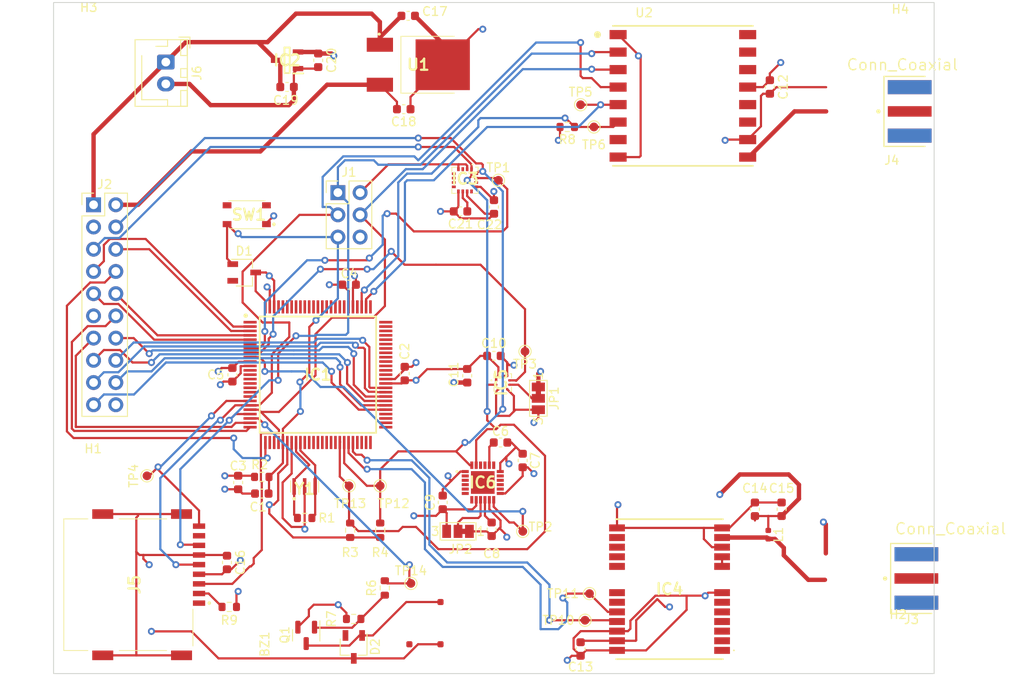
<source format=kicad_pcb>
(kicad_pcb (version 20211014) (generator pcbnew)
  (layers (0 "F.Cu" mixed) (1 "In1.Cu" power "GND.Cu") (2 "In2.Cu" power "POWER.Cu") (31 "B.Cu" mixed) (34 "B.Paste" user) (35 "F.Paste" user) (36 "B.SilkS" user "B.Silkscreen") (37 "F.SilkS" user "F.Silkscreen") (38 "B.Mask" user) (39 "F.Mask" user) (44 "Edge.Cuts" user))
  (net 0 "")
  (net 1 "/microcontroller/RESET")
  (net 2 "GND")
  (net 3 "+3V3")
  (net 4 "Net-(C6-Pad2)")
  (net 5 "Net-(C8-Pad1)")
  (net 6 "+BATT")
  (net 7 "+5V")
  (net 8 "Net-(C21-Pad1)")
  (net 10 "Net-(BZ1-Pad3)")
  (net 13 "/RX0")
  (net 14 "/TX0")
  (net 15 "/OPT3")
  (net 16 "/OPT2")
  (net 18 "/MMC_INT")
  (net 19 "/BMP_INT")
  (net 20 "/MPU_INT")
  (net 28 "/SD_CS")
  (net 29 "/SCK")
  (net 30 "/MOSI")
  (net 31 "/MISO")
  (net 32 "/Buzzer")
  (net 33 "/OPT5")
  (net 34 "/OPT4")
  (net 35 "/OPT1")
  (net 39 "Net-(IC1-Pad33)")
  (net 40 "Net-(IC1-Pad34)")
  (net 49 "/SCL")
  (net 50 "/SDA")
  (net 51 "/RX1")
  (net 52 "/TX1")
  (net 61 "/ID3")
  (net 62 "/IGNITION")
  (net 63 "/ID1")
  (net 64 "/ID2")
  (net 65 "/Relay_1")
  (net 66 "/Relay_2")
  (net 81 "/LoRa_CS")
  (net 82 "/LoRa_RESET")
  (net 113 "Net-(IC4-Pad8)")
  (net 114 "/ANT_NEO")
  (net 121 "Net-(IC5-Pad6)")
  (net 128 "Net-(IC6-Pad9)")
  (net 137 "/ANT_LORA")
  (net 139 "Net-(J5-PadP2)")
  (net 141 "Net-(Q1-Pad1)")
  (footprint "Capacitor_SMD:C_0603_1608Metric" (layer "F.Cu") (at 95.6056 71.133 -90)
    (fp_text reference "C15")
    (fp_text value "47n")
  )
  (footprint "Footprint:QFP50P1600X1600X120-100N" (layer "F.Cu") (at 42.64 55.75)
    (fp_text reference "IC1")
    (fp_text value "ATMEGA2560-16AU" hide)
  )
  (footprint "Package_TO_SOT_SMD:TSOT-23" (layer "F.Cu") (at 34.218 44.066)
    (fp_text reference "D1")
    (fp_text value "D")
  )
  (footprint "Footprint:BMP388" (layer "F.Cu") (at 63.7555 56.646 90)
    (fp_text reference "IC5")
    (fp_text value "BMP388" hide)
  )
  (footprint "TestPoint:TestPoint_Pad_D1.0mm" (layer "F.Cu") (at 49.752 68.45)
    (fp_text reference "TP12")
    (fp_text value "SDA")
  )
  (footprint "Footprint:MMC5983MA" (layer "F.Cu") (at 59.436 33.528)
    (fp_text reference "IC3")
    (fp_text value "MMC5983MA" hide)
  )
  (footprint "MountingHole:MountingHole_2.1mm" (layer "F.Cu") (at 108.9152 86.36)
    (fp_text reference "H2")
    (fp_text value "MountingHole")
  )
  (footprint "MountingHole:MountingHole_2.1mm" (layer "F.Cu") (at 109.1692 17.1704)
    (fp_text reference "H4")
    (fp_text value "MountingHole")
  )
  (footprint "Connector_JST:JST_XH_B2B-XH-AM_1x02_P2.50mm_Vertical" (layer "F.Cu") (at 25.2646 20.0152 -90)
    (fp_text reference "J6")
    (fp_text value "JSTXH-1x02")
  )
  (footprint "TestPoint:TestPoint_Pad_D1.0mm" (layer "F.Cu") (at 53.263 79.606)
    (fp_text reference "TP14")
    (fp_text value "Buzzer")
  )
  (footprint "Capacitor_SMD:C_0603_1608Metric" (layer "F.Cu") (at 58.928 37.084 180)
    (fp_text reference "C21")
    (fp_text value "10u")
  )
  (footprint "Footprint:MPU6050" (layer "F.Cu") (at 61.468 68.072)
    (fp_text reference "IC6")
    (fp_text value "MPU-6050" hide)
  )
  (footprint "Capacitor_SMD:C_0603_1608Metric" (layer "F.Cu") (at 62.747 36.576 -90)
    (fp_text reference "C22")
    (fp_text value "1u")
  )
  (footprint "Resistor_SMD:R_0603_1608Metric" (layer "F.Cu") (at 36.227 67.434)
    (fp_text reference "R2")
    (fp_text value "10K")
  )
  (footprint "TestPoint:TestPoint_Pad_D1.0mm" (layer "F.Cu") (at 73.152 83.82)
    (fp_text reference "TP10")
    (fp_text value "TX1")
  )
  (footprint "TestPoint:TestPoint_Pad_D1.0mm" (layer "F.Cu") (at 66.04 73.66)
    (fp_text reference "TP2")
    (fp_text value "MPU_INT")
  )
  (footprint "TestPoint:TestPoint_Pad_D1.0mm" (layer "F.Cu") (at 46.196 68.45)
    (fp_text reference "TP13")
    (fp_text value "SCL")
  )
  (footprint "Inductor_SMD:L_0402_1005Metric" (layer "F.Cu") (at 94.0816 74.0386 -90)
    (fp_text reference "L1")
    (fp_text value "27nH")
  )
  (footprint "Capacitor_SMD:C_0603_1608Metric" (layer "F.Cu") (at 33.528 68.072 -90)
    (fp_text reference "C3")
    (fp_text value "0.1u")
  )
  (footprint "Footprint:NCP5501DT50RKG" (layer "F.Cu") (at 53.966 20.32 180)
    (fp_text reference "U1")
    (fp_text value "NCP5501DT50RKG" hide)
  )
  (footprint "Capacitor_SMD:C_0603_1608Metric" (layer "F.Cu") (at 62.7395 53.598)
    (fp_text reference "C10")
    (fp_text value "0.1u")
  )
  (footprint "Jumper:SolderJumper-3_P1.3mm_Bridged12_Pad1.0x1.5mm_NumberLabels" (layer "F.Cu") (at 67.8195 58.454 -90)
    (fp_text reference "JP1")
    (fp_text value "SolderJumper_3_Bridged12")
  )
  (footprint "Connector_PinHeader_2.54mm:PinHeader_2x03_P2.54mm_Vertical" (layer "F.Cu") (at 44.921 34.937)
    (fp_text reference "J1")
    (fp_text value "ICSP")
  )
  (footprint "Capacitor_SMD:C_0603_1608Metric" (layer "F.Cu") (at 32.87 55.76 -90)
    (fp_text reference "C5")
    (fp_text value "0.1u")
  )
  (footprint "Capacitor_SMD:C_0603_1608Metric" (layer "F.Cu") (at 66.028 65.56 -90)
    (fp_text reference "C7")
    (fp_text value "0.1u")
  )
  (footprint "MountingHole:MountingHole_2.1mm" (layer "F.Cu") (at 16.4592 16.9672)
    (fp_text reference "H3")
    (fp_text value "MountingHole")
  )
  (footprint "Resistor_SMD:R_0603_1608Metric" (layer "F.Cu") (at 46.723 83.67)
    (fp_text reference "R7")
    (fp_text value "10k")
  )
  (footprint "Resistor_SMD:R_0603_1608Metric" (layer "F.Cu") (at 41.125 72.13)
    (fp_text reference "R1")
    (fp_text value "1M")
  )
  (footprint "Resistor_SMD:R_0603_1608Metric" (layer "F.Cu") (at 46.323 73.53 90)
    (fp_text reference "R3")
    (fp_text value "10k")
  )
  (footprint "TestPoint:TestPoint_Pad_D1.0mm" (layer "F.Cu") (at 63.255 33.528)
    (fp_text reference "TP1")
    (fp_text value "MMC_INT")
  )
  (footprint "TestPoint:TestPoint_Pad_D1.0mm" (layer "F.Cu") (at 72.644 24.892)
    (fp_text reference "TP5")
    (fp_text value "LoRa_CS")
  )
  (footprint "Capacitor_SMD:C_0603_1608Metric" (layer "F.Cu") (at 36.227 69.339 180)
    (fp_text reference "C1")
    (fp_text value "22p")
  )
  (footprint "Resistor_SMD:R_0603_1608Metric" (layer "F.Cu") (at 50.279 80.127 -90)
    (fp_text reference "R6")
    (fp_text value "100")
  )
  (footprint "Resistor_SMD:R_0603_1608Metric" (layer "F.Cu") (at 71.12 27.432 180)
    (fp_text reference "R8")
    (fp_text value "100k")
  )
  (footprint "Capacitor_SMD:C_0603_1608Metric" (layer "F.Cu") (at 92.5576 71.133 -90)
    (fp_text reference "C14")
    (fp_text value "47n")
  )
  (footprint "Package_TO_SOT_SMD:TSOT-23" (layer "F.Cu") (at 46.736 86.868 -90)
    (fp_text reference "D2")
    (fp_text value "D")
  )
  (footprint "TestPoint:TestPoint_Pad_D1.0mm" (layer "F.Cu") (at 73.66 80.772)
    (fp_text reference "TP11")
    (fp_text value "RX1")
  )
  (footprint "Capacitor_SMD:C_0603_1608Metric" (layer "F.Cu") (at 94.262726 22.86 -90)
    (fp_text reference "C12")
    (fp_text value "0.1u")
  )
  (footprint "Capacitor_SMD:C_0603_1608Metric" (layer "F.Cu") (at 46.205 45.46 180)
    (fp_text reference "C4")
    (fp_text value "0.1u")
  )
  (footprint "Footprint:RF_Solutions_Ltd.-CON-SMA-EDGE-S-MFG" (layer "F.Cu") (at 118.258 79.0448 -90)
    (fp_text reference "J3")
    (fp_text value "Conn_Coaxial")
  )
  (footprint "Footprint:MEM20750014001A" (layer "F.Cu") (at 21.336 79.756 -90)
    (fp_text reference "J5")
    (fp_text value "MEM2075-00-140-01-A" hide)
  )
  (footprint "Capacitor_SMD:C_0603_1608Metric" (layer "F.Cu") (at 63.5 63.5 180)
    (fp_text reference "C6")
    (fp_text value "2.2n")
  )
  (footprint "custom:TE054003" (layer "F.Cu") (at 56.896 86.5632 90)
    (fp_text reference "BZ1")
    (fp_text value "TE054003-5")
  )
  (footprint "Capacitor_SMD:C_0603_1608Metric" (layer "F.Cu") (at 52.442 25.4 180)
    (fp_text reference "C18")
    (fp_text value "10u")
  )
  (footprint "Footprint:NEO6M0" (layer "F.Cu") (at 82.804 80.264)
    (fp_text reference "IC4")
    (fp_text value "NEO-6M-0" hide)
  )
  (footprint "Capacitor_SMD:C_0603_1608Metric" (layer "F.Cu") (at 32.253 77.216 90)
    (fp_text reference "C16")
    (fp_text value "10u")
  )
  (footprint "Footprint:RF_Solutions_Ltd.-CON-SMA-EDGE-S-MFG" (layer "F.Cu") (at 117.496 25.654 -90)
    (fp_text reference "J4")
    (fp_text value "Conn_Coaxial")
  )
  (footprint "Capacitor_SMD:C_0603_1608Metric" (layer "F.Cu") (at 42.672 19.812 90)
    (fp_text reference "C20")
    (fp_text value "10u")
  )
  (footprint "Capacitor_SMD:C_0603_1608Metric" (layer "F.Cu") (at 62.484 73.419 -90)
    (fp_text reference "C8")
    (fp_text value "0.1u")
  )
  (footprint "Capacitor_SMD:C_0603_1608Metric" (layer "F.Cu") (at 52.555 55.62 90)
    (fp_text reference "C2")
    (fp_text value "0.1u")
  )
  (footprint "Connector_PinHeader_2.54mm:PinHeader_2x10_P2.54mm_Vertical" (layer "F.Cu") (at 17.013 36.327)
    (fp_text reference "J2")
    (fp_text value "Conn_02x10_Counter_Clockwise")
  )
  (footprint "Resistor_SMD:R_0603_1608Metric" (layer "F.Cu") (at 49.752 73.53 90)
    (fp_text reference "R4")
    (fp_text value "10k")
  )
  (footprint "Footprint:XCVR_RFM95W-868S2" (layer "F.Cu") (at 84.328 23.876)
    (fp_text reference "U2")
    (fp_text value "RFM95W-868S2")
  )
  (footprint "TestPoint:TestPoint_Pad_D1.0mm" (layer "F.Cu") (at 74.168 27.432)
    (fp_text reference "TP6")
    (fp_text value "LoRa_RESET")
  )
  (footprint "Jumper:SolderJumper-3_P1.3mm_Bridged12_Pad1.0x1.5mm_NumberLabels" (layer "F.Cu") (at 58.644 73.66 180)
    (fp_text reference "JP2")
    (fp_text value "SolderJumper_3_Bridged12")
  )
  (footprint "MountingHole:MountingHole_2.1mm" (layer "F.Cu") (at 16.9672 67.4116)
    (fp_text reference "H1")
    (fp_text value "MountingHole")
  )
  (footprint "TestPoint:TestPoint_Pad_D1.0mm" (layer "F.Cu") (at 66.2955 53.09 180)
    (fp_text reference "TP3")
    (fp_text value "BMP_INT")
  )
  (footprint "Resistor_SMD:R_0603_1608Metric" (layer "F.Cu") (at 32.512 82.296)
    (fp_text reference "R9")
    (fp_text value "10k")
  )
  (footprint "Capacitor_SMD:C_0603_1608Metric" (layer "F.Cu") (at 39.116 22.86)
    (fp_text reference "C19")
    (fp_text value "10u")
  )
  (footprint "Footprint:PTS815SJK250SMTRLFS" (layer "F.Cu") (at 34.512 37.462 180)
    (fp_text reference "SW1")
    (fp_text value "SW_Push" hide)
  )
  (footprint "Capacitor_SMD:C_0603_1608Metric" (layer "F.Cu") (at 72.644 87.109 -90)
    (fp_text reference "C13")
    (fp_text value "0.1u")
  )
  (footprint "Footprint:CSTNE16M0V530000R0" (layer "F.Cu") (at 41.125 68.955)
    (fp_text reference "Y1")
    (fp_text value "CSTNE16M0V530000R0" hide)
  )
  (footprint "Footprint:SOT95P280X145-3N" (layer "F.Cu") (at 39.116 19.812 180)
    (fp_text reference "IC2")
    (fp_text value "AP2210N-3.3TRG1" hide)
  )
  (footprint "Capacitor_SMD:C_0603_1608Metric" (layer "F.Cu") (at 59.6915 55.871 -90)
    (fp_text reference "C11")
    (fp_text value "0.1u")
  )
  (footprint "Package_TO_SOT_SMD:SOT-23" (layer "F.Cu") (at 41.3004 85.5472 -90)
    (fp_text reference "Q1")
    (fp_text value "BSS138")
  )
  (footprint "TestPoint:TestPoint_Pad_D1.0mm" (layer "F.Cu") (at 23.114 67.31)
    (fp_text reference "TP4")
    (fp_text value "SD_CS")
  )
  (footprint "Capacitor_SMD:C_0603_1608Metric" (layer "F.Cu") (at 56.896 70.345 90)
    (fp_text reference "C9")
    (fp_text value "10n")
  )
  (footprint "Capacitor_SMD:C_0603_1608Metric" (layer "F.Cu") (at 52.95 14.732)
    (fp_text reference "C17")
    (fp_text value "10u")
  )
  (gr_rect (start 12.446 89.916) (end 113.03 13.208) (layer "Edge.Cuts") (width 0.1) (fill none))
  (segment (start 32.262 42.47) (end 32.908 43.116) (width 0.25) (layer "F.Cu") (net 1))
  (segment (start 37.052 67.434) (end 37.052 69.289) (width 0.25) (layer "F.Cu") (net 1))
  (segment (start 41.656 55.5094) (end 40.5817 56.5837) (width 0.25) (layer "F.Cu") (net 1))
  (segment (start 32.262 38.537) (end 32.262 42.47) (width 0.25) (layer "F.Cu") (net 1))
  (segment (start 38.64 65.846) (end 38.64 65.5) (width 0.25) (layer "F.Cu") (net 1))
  (segment (start 38.64 65.5) (end 38.64 63.5) (width 0.25) (layer "F.Cu") (net 1))
  (segment (start 38.64 63.5) (end 38.64 61.944) (width 0.25) (layer "F.Cu") (net 1))
  (segment (start 41.656 50.292) (end 41.656 55.5094) (width 0.25) (layer "F.Cu") (net 1))
  (segment (start 38.64 61.944) (end 40.64 59.944) (width 0.25) (layer "F.Cu") (net 1))
  (segment (start 37.052 69.289) (end 37.002 69.339) (width 0.25) (layer "F.Cu") (net 1))
  (segment (start 37.052 67.434) (end 38.64 65.846) (width 0.25) (layer "F.Cu") (net 1))
  (segment (start 33.528 39.624) (end 33.349 39.624) (width 0.25) (layer "F.Cu") (net 1))
  (segment (start 42.418 49.53) (end 41.656 50.292) (width 0.25) (layer "F.Cu") (net 1))
  (segment (start 33.349 39.624) (end 32.262 38.537) (width 0.25) (layer "F.Cu") (net 1))
  (via (at 42.418 49.53) (size 0.8) (drill 0.4) (layers "F.Cu" "B.Cu") (net 1))
  (via (at 40.5817 56.5837) (size 0.8) (drill 0.4) (layers "F.Cu" "B.Cu") (net 1))
  (via (at 33.528 39.624) (size 0.8) (drill 0.4) (layers "F.Cu" "B.Cu") (net 1))
  (via (at 40.64 59.944) (size 0.8) (drill 0.4) (layers "F.Cu" "B.Cu") (net 1))
  (segment (start 44.921 40.017) (end 33.921 40.017) (width 0.25) (layer "B.Cu") (net 1))
  (segment (start 42.418 49.53) (end 44.921 47.027) (width 0.25) (layer "B.Cu") (net 1))
  (segment (start 40.5817 56.5837) (end 40.64 56.642) (width 0.25) (layer "B.Cu") (net 1))
  (segment (start 33.921 40.017) (end 33.528 39.624) (width 0.25) (layer "B.Cu") (net 1))
  (segment (start 40.64 56.642) (end 40.64 59.944) (width 0.25) (layer "B.Cu") (net 1))
  (segment (start 44.921 47.027) (end 44.921 40.017) (width 0.25) (layer "B.Cu") (net 1))
  (segment (start 29.061 76.361) (end 32.173 76.361) (width 0.25) (layer "F.Cu") (net 2))
  (segment (start 58.686 36.551) (end 58.686 34.803) (width 0.25) (layer "F.Cu") (net 2))
  (segment (start 64.1684 65.1336) (end 64.1684 65.6416) (width 0.25) (layer "F.Cu") (net 2))
  (segment (start 91.728 28.876) (end 89.234 28.876) (width 0.25) (layer "F.Cu") (net 2))
  (segment (start 22.699 76.361) (end 29.061 76.361) (width 0.25) (layer "F.Cu") (net 2))
  (segment (start 21.897 72.083) (end 22.098 71.882) (width 0.25) (layer "F.Cu") (net 2))
  (segment (start 57.8692 67.8768) (end 58.924 66.822) (width 0.25) (layer "F.Cu") (net 2))
  (segment (start 41.125 73.129) (end 41.148 73.152) (width 0.25) (layer "F.Cu") (net 2))
  (segment (start 81.1974 81.007) (end 78.3336 83.8708) (width 0.25) (layer "F.Cu") (net 2))
  (segment (start 58.924 66.822) (end 59.468 66.822) (width 0.25) (layer "F.Cu") (net 2))
  (segment (start 65.024 59.944) (end 65.024 58.1765) (width 0.25) (layer "F.Cu") (net 2))
  (segment (start 30.384 24.936) (end 39.326 24.936) (width 0.5) (layer "F.Cu") (net 2))
  (segment (start 39.891 21.237) (end 40.366 20.762) (width 0.25) (layer "F.Cu") (net 2))
  (segment (start 39.624 73.152) (end 38.608 72.136) (width 0.25) (layer "F.Cu") (net 2))
  (segment (start 40.366 20.762) (end 42.497 20.762) (width 0.25) (layer "F.Cu") (net 2))
  (segment (start 64.1684 65.6416) (end 64.4652 65.9384) (width 0.25) (layer "F.Cu") (net 2))
  (segment (start 87.654 75.464) (end 86.726 74.536) (width 0.25) (layer "F.Cu") (net 2))
  (segment (start 71.844 85.881183) (end 71.844 87.084) (width 0.25) (layer "F.Cu") (net 2))
  (segment (start 18.061 71.681) (end 27.061 71.681) (width 0.25) (layer "F.Cu") (net 2))
  (segment (start 65.024 58.1765) (end 64.2555 57.408) (width 0.25) (layer "F.Cu") (net 2))
  (segment (start 62.484 74.194) (end 61.95 73.66) (width 0.25) (layer "F.Cu") (net 2))
  (segment (start 71.628 87.884) (end 71.12 88.392) (width 0.25) (layer "F.Cu") (net 2))
  (segment (start 100.657 76.1732) (end 100.657 72.8694) (width 0.5) (layer "F.Cu") (net 2))
  (segment (start 56.896 20.32) (end 60.96 16.256) (width 0.25) (layer "F.Cu") (net 2))
  (segment (start 21.897 75.999) (end 21.897 72.083) (width 0.25) (layer "F.Cu") (net 2))
  (segment (start 91.728 28.876) (end 93.246726 27.357274) (width 0.25) (layer "F.Cu") (net 2))
  (segment (start 32.017 68.847) (end 32.004 68.834) (width 0.25) (layer "F.Cu") (net 2))
  (segment (start 64.1684 65.1336) (end 65.266 64.036) (width 0.25) (layer "F.Cu") (net 2))
  (segment (start 89.234 28.876) (end 89.154 28.956) (width 0.25) (layer "F.Cu") (net 2))
  (segment (start 40.3504 84.6097) (end 41.6052 83.3549) (width 0.25) (layer "F.Cu") (net 2))
  (segment (start 64.2555 54.4133) (end 64.2555 55.884) (width 0.25) (layer "F.Cu") (net 2))
  (segment (start 80.122 87.264) (end 84.7534 82.6326) (width 0.25) (layer "F.Cu") (net 2))
  (segment (start 21.897 87.831) (end 27.061 87.831) (width 0.25) (layer "F.Cu") (net 2))
  (segment (start 76.928 30.876) (end 79.36 30.876) (width 0.25) (layer "F.Cu") (net 2))
  (segment (start 76.804 73.264) (end 88.804 73.264) (width 0.25) (layer "F.Cu") (net 2))
  (segment (start 53.359 54.845) (end 53.848 54.356) (width 0.25) (layer "F.Cu") (net 2))
  (segment (start 42.497 20.762) (end 42.672 20.587) (width 0.25) (layer "F.Cu") (net 2))
  (segment (start 100.657 72.8694) (end 100.3808 72.5932) (width 0.5) (layer "F.Cu") (net 2))
  (segment (start 71.844 87.084) (end 72.644 87.884) (width 0.25) (layer "F.Cu") (net 2))
  (segment (start 60.96 16.256) (end 61.468 16.256) (width 0.25) (layer "F.Cu") (net 2))
  (segment (start 58.153 37.084) (end 58.686 36.551) (width 0.25) (layer "F.Cu") (net 2))
  (segment (start 39.64 63.5) (end 39.624 63.484) (width 0.25) (layer "F.Cu") (net 2))
  (segment (start 31.857 56.535) (end 31.496 56.896) (width 0.25) (layer "F.Cu") (net 2))
  (segment (start 38.608 72.136) (end 38.608 68.072) (width 0.25) (layer "F.Cu") (net 2))
  (segment (start 37.14 46.03) (end 36.83 45.72) (width 0.25) (layer "F.Cu") (net 2))
  (segment (start 52.555 54.845) (end 53.359 54.845) (width 0.25) (layer "F.Cu") (net 2))
  (segment (start 84.7534 81.007) (end 81.1974 81.007) (width 0.25) (layer "F.Cu") (net 2))
  (segment (start 32.87 56.535) (end 33.815 55.59) (width 0.25) (layer "F.Cu") (net 2))
  (segment (start 64.275 63.5) (end 64.743 63.5) (width 0.25) (layer "F.Cu") (net 2))
  (segment (start 41.6052 82.6008) (end 42.164 82.042) (width 0.25) (layer "F.Cu") (net 2))
  (segment (start 64.516 60.452) (end 65.024 59.944) (width 0.25) (layer "F.Cu") (net 2))
  (segment (start 63.5 72.407183) (end 63.5 73.178) (width 0.25) (layer "F.Cu") (net 2))
  (segment (start 95.6056 70.358) (end 92.5576 70.358) (width 0.25) (layer "F.Cu") (net 2))
  (segment (start 78.3336 84.7852) (end 78.0548 85.064) (width 0.25) (layer "F.Cu") (net 2))
  (segment (start 35.452 69.339) (end 34.02 69.339) (width 0.25) (layer "F.Cu") (net 2))
  (segment (start 32.87 56.535) (end 31.857 56.535) (width 0.25) (layer "F.Cu") (net 2))
  (segment (start 45.898 82.982) (end 44.958 82.042) (width 0.25) (layer "F.Cu") (net 2))
  (segment (start 67.8195 59.754) (end 67.8195 60.7045) (width 0.25) (layer "F.Cu") (net 2))
  (segment (start 59.686 35.328) (end 61.709 37.351) (width 0.25) (layer "F.Cu") (net 2))
  (segment (start 41.125 68.53) (end 41.125 73.129) (width 0.25) (layer "F.Cu") (net 2))
  (segment (start 45.43 45.46) (end 43.948 45.46) (width 0.25) (layer "F.Cu") (net 2))
  (segment (start 34.02 69.339) (end 33.528 68.847) (width 0.25) (layer "F.Cu") (net 2))
  (segment (start 41.148 73.152) (end 41.148 73.406) (width 0.25) (layer "F.Cu") (net 2))
  (segment (start 79.502 19.45) (end 76.928 16.876) (width 0.25) (layer "F.Cu") (net 2))
  (segment (start 72.661183 85.064) (end 71.844 85.881183) (width 0.25) (layer "F.Cu") (net 2))
  (segment (start 63.468 65.834) (end 64.1684 65.1336) (width 0.25) (layer "F.Cu") (net 2))
  (segment (start 58.17 56.646) (end 58.166 56.642) (width 0.5) (layer "F.Cu") (net 2))
  (segment (start 39.326 24.936) (end 39.891 24.371) (width 0.5) (layer "F.Cu") (net 2))
  (segment (start 32.173 76.361) (end 32.253 76.441) (width 0.25) (layer "F.Cu") (net 2))
  (segment (start 88.804 80.664) (end 87.23 80.664) (width 0.25) (layer "F.Cu") (net 2))
  (segment (start 45.898 83.67) (end 45.898 82.982) (width 0.25) (layer "F.Cu") (net 2))
  (segment (start 36.762 38.537) (end 36.762 38.422) (width 0.25) (layer "F.Cu") (net 2))
  (segment (start 64.2112 74.3204) (end 64.2112 74.1172) (width 0.25) (layer "F.Cu") (net 2))
  (segment (start 57.5056 67.31) (end 57.5056 67.5132) (width 0.25) (layer "F.Cu") (net 2))
  (segment (start 56.896 69.57) (end 56.896 68.85) (width 0.25) (layer "F.Cu") (net 2))
  (segment (start 64.503 54.6608) (end 64.2555 54.4133) (width 0.25) (layer "F.Cu") (net 2))
  (segment (start 88.804 75.464) (end 87.654 75.464) (width 0.25) (layer "F.Cu") (net 2))
  (segment (start 65.024 59.944) (end 65.214 59.754) (width 0.25) (layer "F.Cu") (net 2))
  (segment (start 65.024 54.6608) (end 64.503 54.6608) (width 0.25) (layer "F.Cu") (net 2))
  (segment (start 30.384 24.936) (end 27.9632 22.5152) (width 0.5) (layer "F.Cu") (net 2))
  (segment (start 50.39 56.25) (end 51.44 56.25) (width 0.25) (layer "F.Cu") (net 2))
  (segment (start 53.217 23.999) (end 56.896 20.32) (width 0.25) (layer "F.Cu") (net 2))
  (segment (start 53.217 25.4) (end 53.217 23.999) (width 0.25) (layer "F.Cu") (net 2))
  (segment (start 86.868 81.026) (end 86.849 81.007) (width 0.25) (layer "F.Cu") (net 2))
  (segment (start 76.9112 70.612) (end 76.804 70.7192) (width 0.25) (layer "F.Cu") (net 2))
  (segment (start 62.218 71.125183) (end 63.5 72.407183) (width 0.25) (layer "F.Cu") (net 2))
  (segment (start 86.726 74.536) (end 86.726 73.264) (width 0.25) (layer "F.Cu") (net 2))
  (segment (start 94.262726 23.635) (end 95.013726 22.884) (width 0.25) (layer "F.Cu") (net 2))
  (segment (start 65.214 59.754) (end 67.8195 59.754) (width 0.25) (layer "F.Cu") (net 2))
  (segment (start 93.487726 23.635) (end 94.262726 23.635) (width 0.25) (layer "F.Cu") (net 2))
  (segment (start 61.95 73.66) (end 59.944 73.66) (width 0.25) (layer "F.Cu") (net 2))
  (segment (start 87.23 80.664) (end 86.868 81.026) (width 0.25) (layer "F.Cu") (net 2))
  (segment (start 33.815 54.775) (end 34.036 54.775) (width 0.25) (layer "F.Cu") (net 2))
  (segment (start 45.43 45.46) (end 46.165 46.195) (width 0.25) (layer "F.Cu") (net 2))
  (segment (start 64.2112 74.1172) (end 63.386 73.292) (width 0.25) (layer "F.Cu") (net 2))
  (segment (start 59.6915 56.646) (end 58.17 56.646) (width 0.5) (layer "F.Cu") (net 2))
  (segment (start 43.948 45.46) (end 43.942 45.466) (width 0.25) (layer "F.Cu") (net 2))
  (segment (start 62.992 60.452) (end 64.516 60.452) (width 0.25) (layer "F.Cu") (net 2))
  (segment (start 51.44 56.25) (end 52.555 55.135) (width 0.25) (layer "F.Cu") (net 2))
  (segment (start 76.804 87.264) (end 80.122 87.264) (width 0.25) (layer "F.Cu") (net 2))
  (segment (start 72.644 87.884) (end 71.628 87.884) (width 0.25) (layer "F.Cu") (net 2))
  (segment (start 95.013726 22.884) (end 100.69 22.884) (width 0.25) (layer "F.Cu") (net 2))
  (segment (start 76.804 70.7192) (end 76.804 73.264) (width 0.25) (layer "F.Cu") (net 2))
  (segment (start 84.7534 82.6326) (end 84.7534 81.007) (width 0.25) (layer "F.Cu") (net 2))
  (segment (start 62.992 57.6715) (end 62.992 60.452) (width 0.25) (layer "F.Cu") (net 2))
  (segment (start 63.468 66.822) (end 63.468 65.834) (width 0.25) (layer "F.Cu") (net 2))
  (segment (start 79.36 30.876) (end 79.502 30.734) (width 0.25) (layer "F.Cu") (net 2))
  (segment (start 56.896 17.903) (end 56.896 20.32) (width 0.5) (layer "F.Cu") (net 2))
  (segment (start 93.246726 27.357274) (end 93.246726 23.876) (width 0.25) (layer "F.Cu") (net 2))
  (segment (start 64.2555 54.339) (end 64.2555 54.4133) (width 0.25) (layer "F.Cu") (net 2))
  (segment (start 39.891 24.371) (end 39.891 22.86) (width 0.5) (layer "F.Cu") (net 2))
  (segment (start 62.218 70.047) (end 62.218 71.125183) (width 0.25) (layer "F.Cu") (net 2))
  (segment (start 21.897 75.999) (end 22.259 76.361) (width 0.25) (layer "F.Cu") (net 2))
  (segment (start 22.699 76.801) (end 23.368 77.47) (width 0.25) (layer "F.Cu") (net 2))
  (segment (start 36.762 38.422) (end 37.592 37.592) (width 0.25) (layer "F.Cu") (net 2))
  (segment (start 41.6052 83.3549) (end 41.6052 82.6008) (width 0.25) (layer "F.Cu") (net 2))
  (segment (start 37.14 48) (end 37.14 46.03) (width 0.25) (layer "F.Cu") (net 2))
  (segment (start 59.686 34.803) (end 59.686 35.328) (width 0.25) (layer "F.Cu") (net 2))
  (segment (start 63.7555 55.884) (end 64.2555 55.884) (width 0.25) (layer "F.Cu") (net 2))
  (segment (start 58.153 37.084) (end 56.642 37.084) (width 0.25) (layer "F.Cu") (net 2))
  (segment (start 42.164 82.042) (end 44.958 82.042) (width 0.25) (layer "F.Cu") (net 2))
  (segment (start 39.64 63.5) (end 39.624 63.516) (width 0.25) (layer "F.Cu") (net 2))
  (segment (start 76.804 85.064) (end 72.661183 85.064) (width 0.25) (layer "F.Cu") (net 2))
  (segment (start 78.0548 85.064) (end 76.804 85.064) (width 0.25) (layer "F.Cu") (net 2))
  (segment (start 86.849 81.007) (end 84.7534 81.007) (width 0.25) (layer "F.Cu") (net 2))
  (segment (start 21.897 87.831) (end 21.897 75.999) (width 0.25) (layer "F.Cu") (net 2))
  (segment (start 39.64 67.04) (end 39.64 63.5) (width 0.25) (layer "F.Cu") (net 2))
  (segment (start 56.896 68.85) (end 57.8692 67.8768) (width 0.25) (layer "F.Cu") (net 2))
  (segment (start 79.394 19.45) (end 79.248 19.304) (width 0.25) (layer "F.Cu") (net 2))
  (segment (start 57.5056 67.5132) (end 57.8692 67.8768) (width 0.25) (layer "F.Cu") (net 2))
  (segment (start 41.148 73.152) (end 39.624 73.152) (width 0.25) (layer "F.Cu") (net 2))
  (segment (start 63.2555 57.408) (end 62.992 57.6715) (width 0.25) (layer "F.Cu") (net 2))
  (segment (start 62.214 37.884) (end 58.953 37.884) (width 0.25) (layer "F.Cu") (net 2))
  (segment (start 73.264 87.264) (end 76.804 87.264) (width 0.25) (layer "F.Cu") (net 2))
  (segment (start 22.699 76.361) (end 22.699 76.801) (width 0.25) (layer "F.Cu") (net 2))
  (segment (start 67.8195 60.7045) (end 67.31 61.214) (width 0.25) (layer "F.Cu") (net 2))
  (segment (start 58.953 37.884) (end 58.153 37.084) (width 0.25) (layer "F.Cu") (net 2))
  (segment (start 27.9632 22.5152) (end 25.2646 22.5152) (width 0.5) (layer "F.Cu") (net 2))
  (segment (start 89.6516 73.264) (end 88.804 73.264) (width 0.25) (layer "F.Cu") (net 2))
  (segment (start 39.891 22.86) (end 39.891 21.237) (width 0.25) (layer "F.Cu") (net 2))
  (segment (start 92.5576 70.358) (end 89.6516 73.264) (width 0.25) (layer "F.Cu") (net 2))
  (segment (start 72.644 87.884) (end 73.264 87.264) (width 0.25) (layer "F.Cu") (net 2))
  (segment (start 78.3336 83.8708) (end 78.3336 84.7852) (width 0.25) (layer "F.Cu") (net 2))
  (segment (start 52.555 55.135) (end 52.555 54.845) (width 0.25) (layer "F.Cu") (net 2))
  (segment (start 64.743 63.5) (end 66.028 64.785) (width 0.25) (layer "F.Cu") (net 2))
  (segment (start 46.165 46.195) (end 46.165 47.181) (width 0.25) (layer "F.Cu") (net 2))
  (segment (start 79.502 19.45) (end 79.394 19.45) (width 0.25) (layer "F.Cu") (net 2))
  (segment (start 61.709 37.351) (end 62.747 37.351) (width 0.25) (layer "F.Cu") (net 2))
  (segment (start 22.259 76.361) (end 22.699 76.361) (width 0.25) (layer "F.Cu") (net 2))
  (segment (start 79.502 30.734) (end 79.502 19.45) (width 0.25) (layer "F.Cu") (net 2))
  (segment (start 63.386 73.292) (end 62.484 74.194) (width 0.25) (layer "F.Cu") (net 2))
  (segment (start 53.725 14.732) (end 56.896 17.903) (width 0.5) (layer "F.Cu") (net 2))
  (segment (start 18.061 87.831) (end 21.897 87.831) (width 0.25) (layer "F.Cu") (net 2))
  (segment (start 63.5 73.178) (end 63.386 73.292) (width 0.25) (layer "F.Cu") (net 2))
  (segment (start 33.528 68.847) (end 32.017 68.847) (width 0.25) (layer "F.Cu") (net 2))
  (segment (start 93.246726 23.876) (end 93.487726 23.635) (width 0.25) (layer "F.Cu") (net 2))
  (segment (start 38.608 68.072) (end 39.64 67.04) (width 0.25) (layer "F.Cu") (net 2))
  (segment (start 63.5145 53.598) (end 64.2555 54.339) (width 0.25) (layer "F.Cu") (net 2))
  (segment (start 33.815 55.59) (end 33.815 54.775) (width 0.25) (layer "F.Cu") (net 2))
  (segment (start 62.747 37.351) (end 62.214 37.884) (width 0.25) (layer "F.Cu") (net 2))
  (via (at 64.4652 65.9384) (size 0.8) (drill 0.4) (layers "F.Cu" "B.Cu") (net 2))
  (via (at 56.642 37.084) (size 0.8) (drill 0.4) (layers "F.Cu" "B.Cu") (net 2))
  (via (at 100.3808 72.5932) (size 0.8) (drill 0.4) (layers "F.Cu" "B.Cu") (net 2))
  (via (at 61.468 16.256) (size 0.8) (drill 0.4) (layers "F.Cu" "B.Cu") (net 2))
  (via (at 67.31 61.214) (size 0.8) (drill 0.4) (layers "F.Cu" "B.Cu") (net 2))
  (via (at 64.2112 74.3204) (size 0.8) (drill 0.4) (layers "F.Cu" "B.Cu") (net 2))
  (via (at 31.496 56.896) (size 0.8) (drill 0.4) (layers "F.Cu" "B.Cu") (net 2))
  (via (at 89.154 28.956) (size 0.8) (drill 0.4) (layers "F.Cu" "B.Cu") (net 2))
  (via (at 86.868 81.026) (size 0.8) (drill 0.4) (layers "F.Cu" "B.Cu") (net 2))
  (via (at 36.83 45.72) (size 0.8) (drill 0.4) (layers "F.Cu" "B.Cu") (net 2))
  (via (at 65.024 54.6608) (size 0.8) (drill 0.4) (layers "F.Cu" "B.Cu") (net 2))
  (via (at 76.9112 70.612) (size 0.8) (drill 0.4) (layers "F.Cu" "B.Cu") (net 2))
  (via (at 44.958 82.042) (size 0.8) (drill 0.4) (layers "F.Cu" "B.Cu") (net 2))
  (via (at 71.12 88.392) (size 0.8) (drill 0.4) (layers "F.Cu" "B.Cu") (net 2))
  (via (at 58.166 56.642) (size 0.8) (drill 0.4) (layers "F.Cu" "B.Cu") (net 2))
  (via (at 43.942 45.466) (size 0.8) (drill 0.4) (layers "F.Cu" "B.Cu") (net 2))
  (via (at 53.848 54.356) (size 0.8) (drill 0.4) (layers "F.Cu" "B.Cu") (net 2))
  (via (at 37.592 37.592) (size 0.8) (drill 0.4) (layers "F.Cu" "B.Cu") (net 2))
  (via (at 41.148 73.406) (size 0.8) (drill 0.4) (layers "F.Cu" "B.Cu") (net 2))
  (via (at 57.5056 67.31) (size 0.8) (drill 0.4) (layers "F.Cu" "B.Cu") (net 2))
  (via (at 79.248 19.304) (size 0.8) (drill 0.4) (layers "F.Cu" "B.Cu") (net 2))
  (via (at 32.004 68.834) (size 0.8) (drill 0.4) (layers "F.Cu" "B.Cu") (net 2))
  (via (at 23.368 77.47) (size 0.8) (drill 0.4) (layers "F.Cu" "B.Cu") (net 2))
  (segment (start 42.497 18.862) (end 42.672 19.037) (width 0.5) (layer "F.Cu") (net 3))
  (segment (start 39.14 66.016) (end 38.608 66.548) (width 0.25) (layer "F.Cu") (net 3))
  (segment (start 31.629 54.985) (end 31.242 55.372) (width 0.25) (layer "F.Cu") (net 3))
  (segment (start 58.686 32.253) (end 58.686 31.728) (width 0.25) (layer "F.Cu") (net 3))
  (segment (start 61.1895 53.598) (end 59.6915 55.096) (width 0.25) (layer "F.Cu") (net 3))
  (segment (start 60.711 34.278) (end 61.224 34.278) (width 0.25) (layer "F.Cu") (net 3))
  (segment (start 56.134 71.882) (end 53.594 71.882) (width 0.25) (layer "F.Cu") (net 3))
  (segment (start 93.471726 22.876) (end 94.262726 22.085) (width 0.25) (layer "F.Cu") (net 3))
  (segment (start 38.1 67.056) (end 38.1 70.104) (width 0.25) (layer "F.Cu") (net 3))
  (segment (start 33.337 82.296) (end 33.337 80.709) (width 0.25) (layer "F.Cu") (net 3))
  (segment (start 59.6915 55.096) (end 57.934 55.096) (width 0.25) (layer "F.Cu") (net 3))
  (segment (start 72.814 86.164) (end 76.804 86.164) (width 0.25) (layer "F.Cu") (net 3))
  (segment (start 63.2555 54.889) (end 63.2555 55.884) (width 0.25) (layer "F.Cu") (net 3))
  (segment (start 44.183 19.037) (end 44.45 19.304) (width 0.5) (layer "F.Cu") (net 3))
  (segment (start 32.753 77.991) (end 33.782 76.962) (width 0.25) (layer "F.Cu") (net 3))
  (segment (start 58.711 31.703) (end 59.524604 31.703) (width 0.25) (layer "F.Cu") (net 3))
  (segment (start 59.524604 31.703) (end 59.686 31.864396) (width 0.25) (layer "F.Cu") (net 3))
  (segment (start 35.528 46.196) (end 36.576 47.244) (width 0.25) (layer "F.Cu") (net 3))
  (segment (start 60.718 70.722) (end 60.292 71.148) (width 0.25) (layer "F.Cu") (net 3))
  (segment (start 81.407 81.407) (end 78.994 83.82) (width 0.25) (layer "F.Cu") (net 3))
  (segment (start 61.9645 53.598) (end 61.1895 53.598) (width 0.25) (layer "F.Cu") (net 3))
  (segment (start 50.39 56.75) (end 52.2 56.75) (width 0.25) (layer "F.Cu") (net 3))
  (segment (start 46.323 74.355) (end 39.811 74.355) (width 0.25) (layer "F.Cu") (net 3))
  (segment (start 66.028 66.335) (end 66.589 66.335) (width 0.25) (layer "F.Cu") (net 3))
  (segment (start 37.084 71.628) (end 37.084 70.612) (width 0.25) (layer "F.Cu") (net 3))
  (segment (start 60.718 70.047) (end 60.718 70.722) (width 0.25) (layer "F.Cu") (net 3))
  (segment (start 67.8195 55.6245) (end 68.072 55.372) (width 0.5) (layer "F.Cu") (net 3))
  (segment (start 35.135 67.167) (end 35.402 67.434) (width 0.25) (layer "F.Cu") (net 3))
  (segment (start 56.896 71.12) (end 57.344 71.568) (width 0.25) (layer "F.Cu") (net 3))
  (segment (start 70.295 27.432) (end 70.295 28.765) (width 0.25) (layer "F.Cu") (net 3))
  (segment (start 62.747 35.801) (end 62.747 34.815598) (width 0.25) (layer "F.Cu") (net 3))
  (segment (start 33.58 54.275) (end 34.036 54.275) (width 0.25) (layer "F.Cu") (net 3))
  (segment (start 62.9925 56.147) (end 63.2555 55.884) (width 0.25) (layer "F.Cu") (net 3))
  (segment (start 55.118 55.118) (end 53.848 56.388) (width 0.25) (layer "F.Cu") (net 3))
  (segment (start 92.5576 71.908) (end 92.5576 72.416) (width 0.25) (layer "F.Cu") (net 3))
  (segment (start 92.5576 71.908) (end 94.0816 71.908) (width 0.25) (layer "F.Cu") (net 3))
  (segment (start 63.468 69.322) (end 64.044 69.322) (width 0.25) (layer "F.Cu") (net 3))
  (segment (start 46.98 45.46) (end 46.98 44.6095) (width 0.25) (layer "F.Cu") (net 3))
  (segment (start 36.7 44.066) (end 37.084 44.45) (width 0.25) (layer "F.Cu") (net 3))
  (segment (start 64.044 69.322) (end 66.028 67.338) (width 0.25) (layer "F.Cu") (net 3))
  (segment (start 62.747 34.815598) (end 62.733701 34.802299) (width 0.25) (layer "F.Cu") (net 3))
  (segment (start 32.87 54.985) (end 31.629 54.985) (width 0.25) (layer "F.Cu") (net 3))
  (segment (start 91.728 22.876) (end 93.471726 22.876) (width 0.25) (layer "F.Cu") (net 3))
  (segment (start 96.4184 67.1576) (end 97.5868 68.326) (width 0.5) (layer "F.Cu") (net 3))
  (segment (start 35.265 67.297) (end 35.402 67.434) (width 0.25) (layer "F.Cu") (net 3))
  (segment (start 46.64 45.8) (end 46.98 45.46) (width 0.25) (layer "F.Cu") (net 3))
  (segment (start 57.912 55.118) (end 57.934 55.096) (width 0.25) (layer "F.Cu") (net 3))
  (segment (start 37.64 48) (end 37.64 45.006) (width 0.25) (layer "F.Cu") (net 3))
  (segment (start 61.224 34.278) (end 62.747 35.801) (width 0.25) (layer "F.Cu") (net 3))
  (segment (start 62.9925 56.396) (end 62.9925 56.147) (width 0.25) (layer "F.Cu") (net 3))
  (segment (start 42.672 19.037) (end 44.183 19.037) (width 0.5) (layer "F.Cu") (net 3))
  (segment (start 81.407 81.407) (end 82.296 82.296) (width 0.25) (layer "F.Cu") (net 3))
  (segment (start 32.87 54.985) (end 33.58 54.275) (width 0.25) (layer "F.Cu") (net 3))
  (segment (start 46.64 48) (end 46.64 45.8) (width 0.25) (layer "F.Cu") (net 3))
  (segment (start 78.994 86.106) (end 78.936 86.164) (width 0.25) (layer "F.Cu") (net 3))
  (segment (start 57.912 55.118) (end 55.118 55.118) (width 0.25) (layer "F.Cu") (net 3))
  (segment (start 90.8304 67.1576) (end 96.4184 67.1576) (width 0.5) (layer "F.Cu") (net 3))
  (segment (start 52.2 56.75) (end 52.555 56.395) (width 0.25) (layer "F.Cu") (net 3))
  (segment (start 33.528 67.297) (end 32.017 67.297) (width 0.25) (layer "F.Cu") (net 3))
  (segment (start 66.028 67.338) (end 66.028 66.335) (width 0.25) (layer "F.Cu") (net 3))
  (segment (start 38.608 66.548) (end 38.1 67.056) (width 0.25) (layer "F.Cu") (net 3))
  (segment (start 94.262726 22.085) (end 94.262726 21.307274) (width 0.25) (layer "F.Cu") (net 3))
  (segment (start 37.592 70.612) (end 37.084 70.612) (width 0.25) (layer "F.Cu") (net 3))
  (segment (start 59.686 32.253) (end 59.686 31.864396) (width 0.25) (layer "F.Cu") (net 3))
  (segment (start 88.5444 69.4436) (end 90.8304 67.1576) (width 0.5) (layer "F.Cu") (net 3))
  (segment (start 58.686 31.728) (end 58.711 31.703) (width 0.25) (layer "F.Cu") (net 3))
  (segment (start 32.017 67.297) (end 32.004 67.31) (width 0.25) (layer "F.Cu") (net 3))
  (segment (start 40.366 18.862) (end 42.497 18.862) (width 0.5) (layer "F.Cu") (net 3))
  (segment (start 39.14 63.5) (end 39.14 66.016) (width 0.25) (layer "F.Cu") (net 3))
  (segment (start 33.337 80.709) (end 33.528 80.518) (width 0.25) (layer "F.Cu") (net 3))
  (segment (start 66.589 66.335) (end 67.31 67.056) (width 0.25) (layer "F.Cu") (net 3))
  (segment (start 97.5868 68.326) (end 97.5868 69.9268) (width 0.5) (layer "F.Cu") (net 3))
  (segment (start 35.528 44.066) (end 35.528 46.196) (width 0.25) (layer "F.Cu") (net 3))
  (segment (start 32.253 77.991) (end 32.753 77.991) (width 0.25) (layer "F.Cu") (net 3))
  (segment (start 50.695 31.703) (end 47.461 34.937) (width 0.25) (layer "F.Cu") (net 3))
  (segment (start 94.0816 73.455) (end 94.0816 71.908) (width 0.25) (layer "F.Cu") (net 3))
  (segment (start 38.1 70.104) (end 37.592 70.612) (width 0.25) (layer "F.Cu") (net 3))
  (segment (start 33.528 67.297) (end 35.265 67.297) (width 0.25) (layer "F.Cu") (net 3))
  (segment (start 60.292 71.148) (end 57.138 71.148) (width 0.25) (layer "F.Cu") (net 3))
  (segment (start 94.0816 71.908) (end 95.6056 71.908) (width 0.25) (layer "F.Cu") (net 3))
  (segment (start 97.5868 69.9268) (end 95.6056 71.908) (width 0.5) (layer "F.Cu") (net 3))
  (segment (start 70.295 28.765) (end 70.104 28.956) (width 0.25) (layer "F.Cu") (net 3))
  (segment (start 31.683 78.561) (end 32.253 77.991) (width 0.25) (layer "F.Cu") (net 3))
  (segment (start 57.344 71.568) (end 57.344 73.66) (width 0.25) (layer "F.Cu") (net 3))
  (segment (start 56.896 71.12) (end 56.134 71.882) (width 0.25) (layer "F.Cu") (net 3))
  (segment (start 72.644 86.334) (end 72.814 86.164) (width 0.25) (layer "F.Cu") (net 3))
  (segment (start 46.98 44.6095) (end 46.8205 44.45) (width 0.25) (layer "F.Cu") (net 3))
  (segment (start 39.811 74.355) (end 37.084 71.628) (width 0.25) (layer "F.Cu") (net 3))
  (segment (start 58.711 31.703) (end 50.695 31.703) (width 0.25) (layer "F.Cu") (net 3))
  (segment (start 82.296 82.296) (end 82.804 82.296) (width 0.25) (layer "F.Cu") (net 3))
  (segment (start 52.555 56.395) (end 53.841 56.395) (width 0.25) (layer "F.Cu") (net 3))
  (segment (start 63.2555 54.889) (end 61.9645 53.598) (width 0.25) (layer "F.Cu") (net 3))
  (segment (start 78.936 86.164) (end 76.804 86.164) (width 0.25) (layer "F.Cu") (net 3))
  (segment (start 46.323 74.355) (end 49.752 74.355) (width 0.25) (layer "F.Cu") (net 3))
  (segment (start 94.262726 21.307274) (end 95.504 20.066) (width 0.25) (layer "F.Cu") (net 3))
  (segment (start 78.994 83.82) (end 78.994 86.106) (width 0.25) (layer "F.Cu") (net 3))
  (segment (start 35.528 44.066) (end 36.7 44.066) (width 0.25) (layer "F.Cu") (net 3))
  (segment (start 67.8195 57.154) (end 67.8195 55.6245) (width 0.5) (layer "F.Cu") (net 3))
  (segment (start 29.061 78.561) (end 31.683 78.561) (width 0.25) (layer "F.Cu") (net 3))
  (segment (start 53.841 56.395) (end 53.848 56.388) (width 0.25) (layer "F.Cu") (net 3))
  (segment (start 37.64 45.006) (end 37.084 44.45) (width 0.25) (layer "F.Cu") (net 3))
  (via (at 44.45 19.304) (size 0.8) (drill 0.4) (layers "F.Cu" "B.Cu") (net 3))
  (via (at 67.31 67.056) (size 0.8) (drill 0.4) (layers "F.Cu" "B.Cu") (net 3))
  (via (at 68.072 55.372) (size 0.8) (drill 0.4) (layers "F.Cu" "B.Cu") (net 3))
  (via (at 95.504 20.066) (size 0.8) (drill 0.4) (layers "F.Cu" "B.Cu") (net 3))
  (via (at 53.848 56.388) (size 0.8) (drill 0.4) (layers "F.Cu" "B.Cu") (net 3))
  (via (at 31.242 55.372) (size 0.8) (drill 0.4) (layers "F.Cu" "B.Cu") (net 3))
  (via (at 70.104 28.956) (size 0.8) (drill 0.4) (layers "F.Cu" "B.Cu") (net 3))
  (via (at 62.733701 34.802299) (size 0.8) (drill 0.4) (layers "F.Cu" "B.Cu") (net 3))
  (via (at 46.8205 44.45) (size 0.8) (drill 0.4) (layers "F.Cu" "B.Cu") (net 3))
  (via (at 82.804 82.296) (size 0.8) (drill 0.4) (layers "F.Cu" "B.Cu") (net 3))
  (via (at 88.5444 69.4436) (size 0.8) (drill 0.4) (layers "F.Cu" "B.Cu") (net 3))
  (via (at 37.084 44.45) (size 0.8) (drill 0.4) (layers "F.Cu" "B.Cu") (net 3))
  (via (at 33.782 76.962) (size 0.8) (drill 0.4) (layers "F.Cu" "B.Cu") (net 3))
  (via (at 33.528 80.518) (size 0.8) (drill 0.4) (layers "F.Cu" "B.Cu") (net 3))
  (via (at 32.004 67.31) (size 0.8) (drill 0.4) (layers "F.Cu" "B.Cu") (net 3))
  (via (at 53.594 71.882) (size 0.8) (drill 0.4) (layers "F.Cu" "B.Cu") (net 3))
  (via (at 37.084 70.612) (size 0.8) (drill 0.4) (layers "F.Cu" "B.Cu") (net 3))
  (segment (start 62.218 64.007) (end 62.725 63.5) (width 0.25) (layer "F.Cu") (net 4))
  (segment (start 62.218 66.097) (end 62.218 64.007) (width 0.25) (layer "F.Cu") (net 4))
  (segment (start 61.718 71.878) (end 62.484 72.644) (width 0.25) (layer "F.Cu") (net 5))
  (segment (start 61.718 70.047) (end 61.718 71.878) (width 0.25) (layer "F.Cu") (net 5))
  (segment (start 17.013 36.327) (end 17.013 28.2668) (width 0.5) (layer "F.Cu") (net 6))
  (segment (start 48.768 14.478) (end 49.716 15.426) (width 0.5) (layer "F.Cu") (net 6))
  (segment (start 35.79 17.736) (end 37.866 19.812) (width 0.5) (layer "F.Cu") (net 6))
  (segment (start 25.2646 20.0152) (end 27.5438 17.736) (width 0.5) (layer "F.Cu") (net 6))
  (segment (start 40.132 14.478) (end 48.768 14.478) (width 0.5) (layer "F.Cu") (net 6))
  (segment (start 17.013 28.2668) (end 25.2646 20.0152) (width 0.5) (layer "F.Cu") (net 6))
  (segment (start 38.341 22.86) (end 38.341 20.287) (width 0.5) (layer "F.Cu") (net 6))
  (segment (start 36.874 17.736) (end 40.132 14.478) (width 0.5) (layer "F.Cu") (net 6))
  (segment (start 35.79 17.736) (end 36.874 17.736) (width 0.5) (layer "F.Cu") (net 6))
  (segment (start 49.716 17.191) (end 52.175 14.732) (width 0.5) (layer "F.Cu") (net 6))
  (segment (start 49.716 15.426) (end 49.716 18.035) (width 0.5) (layer "F.Cu") (net 6))
  (segment (start 27.5438 17.736) (end 35.79 17.736) (width 0.5) (layer "F.Cu") (net 6))
  (segment (start 28.194 30.226) (end 36.068 30.226) (width 0.5) (layer "F.Cu") (net 7))
  (segment (start 28.194 85.09) (end 31.282 88.178) (width 0.25) (layer "F.Cu") (net 7))
  (segment (start 19.553 36.327) (end 22.093 36.327) (width 0.5) (layer "F.Cu") (net 7))
  (segment (start 51.667 25.4) (end 51.667 24.556) (width 0.25) (layer "F.Cu") (net 7))
  (segment (start 43.689 22.605) (end 49.716 22.605) (width 0.5) (layer "F.Cu") (net 7))
  (segment (start 51.667 24.556) (end 49.716 22.605) (width 0.25) (layer "F.Cu") (net 7))
  (segment (start 22.093 36.327) (end 28.194 30.226) (width 0.5) (layer "F.Cu") (net 7))
  (segment (start 52.457596 88.178) (end 46.736 88.178) (width 0.25) (layer "F.Cu") (net 7))
  (segment (start 31.282 88.178) (end 46.736 88.178) (width 0.25) (layer "F.Cu") (net 7))
  (segment (start 23.622 85.09) (end 28.194 85.09) (width 0.25) (layer "F.Cu") (net 7))
  (segment (start 56.642 86.5632) (end 54.072396 86.5632) (width 0.25) (layer "F.Cu") (net 7))
  (segment (start 36.068 30.226) (end 43.689 22.605) (width 0.5) (layer "F.Cu") (net 7))
  (segment (start 54.072396 86.5632) (end 52.457596 88.178) (width 0.25) (layer "F.Cu") (net 7))
  (via (at 23.622 85.09) (size 0.8) (drill 0.4) (layers "F.Cu" "B.Cu") (net 7))
  (segment (start 59.703 36.072) (end 59.186 35.555) (width 0.25) (layer "F.Cu") (net 8))
  (segment (start 59.703 37.084) (end 59.703 36.072) (width 0.25) (layer "F.Cu") (net 8))
  (segment (start 59.186 35.555) (end 59.186 34.803) (width 0.25) (layer "F.Cu") (net 8))
  (segment (start 46.228 86.7156) (end 41.5313 86.7156) (width 0.25) (layer "F.Cu") (net 10))
  (segment (start 52.7304 81.7372) (end 56.642 81.7372) (width 0.25) (layer "F.Cu") (net 10))
  (segment (start 47.686 85.558) (end 47.3856 85.558) (width 0.25) (layer "F.Cu") (net 10))
  (segment (start 47.686 85.558) (end 48.9096 85.558) (width 0.25) (layer "F.Cu") (net 10))
  (segment (start 48.9096 85.558) (end 52.7304 81.7372) (width 0.25) (layer "F.Cu") (net 10))
  (segment (start 47.3856 85.558) (end 46.228 86.7156) (width 0.25) (layer "F.Cu") (net 10))
  (segment (start 41.5313 86.7156) (end 41.3004 86.4847) (width 0.25) (layer "F.Cu") (net 10))
  (segment (start 32.978 50.25) (end 22.96 40.232) (width 0.25) (layer "F.Cu") (net 13))
  (segment (start 22.96 40.232) (end 18.876299 40.232) (width 0.25) (layer "F.Cu") (net 13))
  (segment (start 18.188 42.772) (end 17.013 43.947) (width 0.25) (layer "F.Cu") (net 13))
  (segment (start 34.89 50.25) (end 32.978 50.25) (width 0.25) (layer "F.Cu") (net 13))
  (segment (start 18.188 40.920299) (end 18.188 42.772) (width 0.25) (layer "F.Cu") (net 13))
  (segment (start 18.876299 40.232) (end 18.188 40.920299) (width 0.25) (layer "F.Cu") (net 13))
  (segment (start 23.373 41.407) (end 19.553 41.407) (width 0.25) (layer "F.Cu") (net 14))
  (segment (start 34.89 50.75) (end 32.716 50.75) (width 0.25) (layer "F.Cu") (net 14))
  (segment (start 32.716 50.75) (end 23.373 41.407) (width 0.25) (layer "F.Cu") (net 14))
  (segment (start 24.316 51.25) (end 19.553 46.487) (width 0.25) (layer "F.Cu") (net 15))
  (segment (start 34.89 51.25) (end 24.316 51.25) (width 0.25) (layer "F.Cu") (net 15))
  (segment (start 19.849701 47.662) (end 18.188 47.662) (width 0.25) (layer "F.Cu") (net 16))
  (segment (start 18.188 47.662) (end 17.013 46.487) (width 0.25) (layer "F.Cu") (net 16))
  (segment (start 34.89 51.75) (end 23.937701 51.75) (width 0.25) (layer "F.Cu") (net 16))
  (segment (start 23.937701 51.75) (end 19.849701 47.662) (width 0.25) (layer "F.Cu") (net 16))
  (segment (start 36.576 52.07) (end 36.576 50.8) (width 0.25) (layer "F.Cu") (net 18))
  (segment (start 43.434 42.672) (end 48.26 42.672) (width 0.25) (layer "F.Cu") (net 18))
  (segment (start 35.896 52.75) (end 36.068 52.578) (width 0.25) (layer "F.Cu") (net 18))
  (segment (start 34.89 52.75) (end 35.896 52.75) (width 0.25) (layer "F.Cu") (net 18))
  (segment (start 63.754 39.37) (end 53.594 39.37) (width 0.25) (layer "F.Cu") (net 18))
  (segment (start 64.262 38.862) (end 63.754 39.37) (width 0.25) (layer "F.Cu") (net 18))
  (segment (start 60.711 33.278) (end 63.005 33.278) (width 0.25) (layer "F.Cu") (net 18))
  (segment (start 50.546 37.338) (end 51.562 37.338) (width 0.25) (layer "F.Cu") (net 18))
  (segment (start 63.005 33.278) (end 63.255 33.528) (width 0.25) (layer "F.Cu") (net 18))
  (segment (start 36.068 52.578) (end 36.576 52.07) (width 0.25) (layer "F.Cu") (net 18))
  (segment (start 48.26 42.672) (end 48.514 42.418) (width 0.25) (layer "F.Cu") (net 18))
  (segment (start 64.262 34.535) (end 64.262 38.862) (width 0.25) (layer "F.Cu") (net 18))
  (segment (start 63.255 33.528) (end 64.262 34.535) (width 0.25) (layer "F.Cu") (net 18))
  (segment (start 51.562 37.338) (end 53.594 39.37) (width 0.25) (layer "F.Cu") (net 18))
  (via (at 48.514 42.418) (size 0.8) (drill 0.4) (layers "F.Cu" "B.Cu") (net 18))
  (via (at 50.546 37.338) (size 0.8) (drill 0.4) (layers "F.Cu" "B.Cu") (net 18))
  (via (at 36.576 50.8) (size 0.8) (drill 0.4) (layers "F.Cu" "B.Cu") (net 18))
  (via (at 43.434 42.672) (size 0.8) (drill 0.4) (layers "F.Cu" "B.Cu") (net 18))
  (segment (start 50.038 40.894) (end 50.038 37.592) (width 0.25) (layer "B.Cu") (net 18))
  (segment (start 40.64 43.434) (end 41.402 42.672) (width 0.25) (layer "B.Cu") (net 18))
  (segment (start 36.576 50.8) (end 36.576 47.498) (width 0.25) (layer "B.Cu") (net 18))
  (segment (start 48.514 42.418) (end 50.038 40.894) (width 0.25) (layer "B.Cu") (net 18))
  (segment (start 50.292 37.338) (end 50.546 37.338) (width 0.25) (layer "B.Cu") (net 18))
  (segment (start 36.576 47.498) (end 40.64 43.434) (width 0.25) (layer "B.Cu") (net 18))
  (segment (start 41.402 42.672) (end 43.434 42.672) (width 0.25) (layer "B.Cu") (net 18))
  (segment (start 50.038 37.592) (end 50.292 37.338) (width 0.25) (layer "B.Cu") (net 18))
  (segment (start 66.2955 55.43) (end 65.2795 56.446) (width 0.25) (layer "F.Cu") (net 19))
  (segment (start 36.032396 53.25) (end 37.026 52.256396) (width 0.25) (layer "F.Cu") (net 19))
  (segment (start 65.2295 56.396) (end 64.5185 56.396) (width 0.25) (layer "F.Cu") (net 19))
  (segment (start 66.2955 53.09) (end 66.2955 48.2615) (width 0.25) (layer "F.Cu") (net 19))
  (segment (start 61.214 43.18) (end 56.134 43.18) (width 0.25) (layer "F.Cu") (net 19))
  (segment (start 37.026 51.62) (end 37.338 51.308) (width 0.25) (layer "F.Cu") (net 19))
  (segment (start 37.026 52.256396) (end 37.026 51.62) (width 0.25) (layer "F.Cu") (net 19))
  (segment (start 37.338 51.308) (end 37.338 51.302281) (width 0.25) (layer "F.Cu") (net 19))
  (segment (start 66.2955 53.09) (end 66.2955 55.43) (width 0.25) (layer "F.Cu") (net 19))
  (segment (start 51.0165 41.656) (end 52.5405 43.18) (width 0.25) (layer "F.Cu") (net 19))
  (segment (start 52.5405 43.18) (end 56.134 43.18) (width 0.25) (layer "F.Cu") (net 19))
  (segment (start 42.926 43.688) (end 48.26 43.688) (width 0.25) (layer "F.Cu") (net 19))
  (segment (start 37.338 51.302281) (end 37.524211 51.11607) (width 0.25) (layer "F.Cu") (net 19))
  (segment (start 66.2955 48.2615) (end 61.214 43.18) (width 0.25) (layer "F.Cu") (net 19))
  (segment (start 65.2795 56.446) (end 65.2295 56.396) (width 0.25) (layer "F.Cu") (net 19))
  (segment (start 34.89 53.25) (end 36.032396 53.25) (width 0.25) (layer "F.Cu") (net 19))
  (via (at 48.26 43.688) (size 0.8) (drill 0.4) (layers "F.Cu" "B.Cu") (net 19))
  (via (at 37.524211 51.11607) (size 0.8) (drill 0.4) (layers "F.Cu" "B.Cu") (net 19))
  (via (at 42.926 43.688) (size 0.8) (drill 0.4) (layers "F.Cu" "B.Cu") (net 19))
  (via (at 51.0165 41.656) (size 0.8) (drill 0.4) (layers "F.Cu" "B.Cu") (net 19))
  (segment (start 37.524211 51.11607) (end 37.524211 49.089789) (width 0.25) (layer "B.Cu") (net 19))
  (segment (start 37.524211 49.089789) (end 42.926 43.688) (width 0.25) (layer "B.Cu") (net 19))
  (segment (start 48.26 43.688) (end 48.9845 43.688) (width 0.25) (layer "B.Cu") (net 19))
  (segment (start 48.9845 43.688) (end 51.0165 41.656) (width 0.25) (layer "B.Cu") (net 19))
  (segment (start 36.576 54.356) (end 36.576 55.372) (width 0.25) (layer "F.Cu") (net 20))
  (segment (start 66.04 73.66) (end 66.04 71.374) (width 0.25) (layer "F.Cu") (net 20))
  (segment (start 34.89 53.75) (end 35.97 53.75) (width 0.25) (layer "F.Cu") (net 20))
  (segment (start 65.024 72.644) (end 66.04 73.66) (width 0.25) (layer "F.Cu") (net 20))
  (segment (start 62.718 70.047) (end 62.718 70.846) (width 0.25) (layer "F.Cu") (net 20))
  (segment (start 62.718 70.846) (end 64.516 72.644) (width 0.25) (layer "F.Cu") (net 20))
  (segment (start 35.97 53.75) (end 36.576 54.356) (width 0.25) (layer "F.Cu") (net 20))
  (segment (start 64.516 72.644) (end 65.024 72.644) (width 0.25) (layer "F.Cu") (net 20))
  (via (at 66.04 71.374) (size 0.8) (drill 0.4) (layers "F.Cu" "B.Cu") (net 20))
  (via (at 36.576 55.372) (size 0.8) (drill 0.4) (layers "F.Cu" "B.Cu") (net 20))
  (segment (start 45.594396 57.15) (end 42.926 57.15) (width 0.25) (layer "B.Cu") (net 20))
  (segment (start 39.624 55.372) (end 36.576 55.372) (width 0.25) (layer "B.Cu") (net 20))
  (segment (start 59.818396 71.374) (end 45.594396 57.15) (width 0.25) (layer "B.Cu") (net 20))
  (segment (start 41.148 55.372) (end 39.624 55.372) (width 0.25) (layer "B.Cu") (net 20))
  (segment (start 66.04 71.374) (end 59.818396 71.374) (width 0.25) (layer "B.Cu") (net 20))
  (segment (start 42.926 57.15) (end 41.148 55.372) (width 0.25) (layer "B.Cu") (net 20))
  (segment (start 29.061 71.281) (end 24.384 66.604) (width 0.25) (layer "F.Cu") (net 28))
  (segment (start 24.384 66.294) (end 23.114 67.564) (width 0.25) (layer "F.Cu") (net 28))
  (segment (start 34.89 58.75) (end 32.182 58.75) (width 0.25) (layer "F.Cu") (net 28))
  (segment (start 24.384 66.604) (end 24.384 66.294) (width 0.25) (layer "F.Cu") (net 28))
  (segment (start 32.182 58.75) (end 30.48 60.452) (width 0.25) (layer "F.Cu") (net 28))
  (segment (start 29.061 73.061) (end 29.061 71.281) (width 0.25) (layer "F.Cu") (net 28))
  (via (at 24.384 66.294) (size 0.8) (drill 0.4) (layers "F.Cu" "B.Cu") (net 28))
  (via (at 30.48 60.452) (size 0.8) (drill 0.4) (layers "F.Cu" "B.Cu") (net 28))
  (segment (start 30.48 60.452) (end 24.638 66.294) (width 0.25) (layer "B.Cu") (net 28))
  (segment (start 24.638 66.294) (end 24.384 66.294) (width 0.25) (layer "B.Cu") (net 28))
  (segment (start 33.197401 59.25) (end 34.89 59.25) (width 0.25) (layer "F.Cu") (net 29))
  (segment (start 36.322 49.784) (end 39.37 49.784) (width 0.25) (layer "F.Cu") (net 29))
  (segment (start 34.036 43.973) (end 34.036 47.498) (width 0.25) (layer "F.Cu") (net 29))
  (segment (start 26.425 77.461) (end 26.416 77.47) (width 0.25) (layer "F.Cu") (net 29))
  (segment (start 31.499949 60.947452) (end 33.197401 59.25) (width 0.25) (layer "F.Cu") (net 29))
  (segment (start 34.036 47.498) (end 36.322 49.784) (width 0.25) (layer "F.Cu") (net 29))
  (segment (start 39.37 51.433604) (end 37.375 53.428604) (width 0.25) (layer "F.Cu") (net 29))
  (segment (start 73.904695 21.844) (end 72.898 21.844) (width 0.25) (layer "F.Cu") (net 29))
  (segment (start 72.898 21.844) (end 72.644 21.59) (width 0.25) (layer "F.Cu") (net 29))
  (segment (start 39.37 49.784) (end 39.37 51.433604) (width 0.25) (layer "F.Cu") (net 29))
  (segment (start 29.061 77.461) (end 26.425 77.461) (width 0.25) (layer "F.Cu") (net 29))
  (segment (start 76.928 22.876) (end 74.936695 22.876) (width 0.25) (layer "F.Cu") (net 29))
  (segment (start 44.921 37.477) (end 40.532 37.477) (width 0.25) (layer "F.Cu") (net 29))
  (segment (start 40.532 37.477) (end 34.036 43.973) (width 0.25) (layer "F.Cu") (net 29))
  (segment (start 37.375 53.428604) (end 37.375 57.815) (width 0.25) (layer "F.Cu") (net 29))
  (segment (start 37.375 57.815) (end 35.94 59.25) (width 0.25) (layer "F.Cu") (net 29))
  (segment (start 72.644 21.59) (end 72.644 17.78) (width 0.25) (layer "F.Cu") (net 29))
  (segment (start 35.94 59.25) (end 34.89 59.25) (width 0.25) (layer "F.Cu") (net 29))
  (segment (start 74.936695 22.876) (end 73.904695 21.844) (width 0.25) (layer "F.Cu") (net 29))
  (via (at 72.644 17.78) (size 0.8) (drill 0.4) (layers "F.Cu" "B.Cu") (net 29))
  (via (at 31.499949 60.947452) (size 0.8) (drill 0.4) (layers "F.Cu" "B.Cu") (net 29))
  (via (at 26.416 77.47) (size 0.8) (drill 0.4) (layers "F.Cu" "B.Cu") (net 29))
  (segment (start 67.564 17.78) (end 54.102 31.242) (width 0.25) (layer "B.Cu") (net 29))
  (segment (start 45.533604 30.792) (end 43.18 33.145604) (width 0.25) (layer "B.Cu") (net 29))
  (segment (start 24.638 67.564) (end 24.638 75.692) (width 0.25) (layer "B.Cu") (net 29))
  (segment (start 24.638 75.692) (end 26.416 77.47) (width 0.25) (layer "B.Cu") (net 29))
  (segment (start 31.499949 60.947452) (end 31.254548 60.947452) (width 0.25) (layer "B.Cu") (net 29))
  (segment (start 44.02 36.576) (end 44.921 37.477) (width 0.25) (layer "B.Cu") (net 29))
  (segment (start 43.18 36.576) (end 44.02 36.576) (width 0.25) (layer "B.Cu") (net 29))
  (segment (start 31.254548 60.947452) (end 24.638 67.564) (width 0.25) (layer "B.Cu") (net 29))
  (segment (start 72.644 17.78) (end 67.564 17.78) (width 0.25) (layer "B.Cu") (net 29))
  (segment (start 53.652 30.792) (end 45.533604 30.792) (width 0.25) (layer "B.Cu") (net 29))
  (segment (start 43.18 33.145604) (end 43.18 36.576) (width 0.25) (layer "B.Cu") (net 29))
  (segment (start 54.102 31.242) (end 53.652 30.792) (width 0.25) (layer "B.Cu") (net 29))
  (segment (start 36.1265 67.925962) (end 36.1265 62.4635) (width 0.25) (layer "F.Cu") (net 30))
  (segment (start 38.187 60.003) (end 42.364 55.826) (width 0.25) (layer "F.Cu") (net 30))
  (segment (start 48.968 49.222) (end 50.292 47.898) (width 0.25) (layer "F.Cu") (net 30))
  (segment (start 73.962 20.876) (end 73.914 20.828) (width 0.25) (layer "F.Cu") (net 30))
  (segment (start 38.19 62.066) (end 36.127 60.003) (width 0.25) (layer "F.Cu") (net 30))
  (segment (start 35.874 59.75) (end 34.89 59.75) (width 0.25) (layer "F.Cu") (net 30))
  (segment (start 36.165 62.425) (end 38.19 62.425) (width 0.25) (layer "F.Cu") (net 30))
  (segment (start 36.1265 62.4635) (end 36.165 62.425) (width 0.25) (layer "F.Cu") (net 30))
  (segment (start 50.292 47.898) (end 50.292 40.308) (width 0.25) (layer "F.Cu") (net 30))
  (segment (start 76.928 20.876) (end 73.962 20.876) (width 0.25) (layer "F.Cu") (net 30))
  (segment (start 34.984396 77.666) (end 35.306 77.344396) (width 0.25) (layer "F.Cu") (net 30))
  (segment (start 29.061 79.661) (end 32.861 79.661) (width 0.25) (layer "F.Cu") (net 30))
  (segment (start 32.861 79.661) (end 34.856 77.666) (width 0.25) (layer "F.Cu") (net 30))
  (segment (start 36.127 60.003) (end 38.187 60.003) (width 0.25) (layer "F.Cu") (net 30))
  (segment (start 36.227 68.026462) (end 36.1265 67.925962) (width 0.25) (layer "F.Cu") (net 30))
  (segment (start 38.19 62.425) (end 38.19 62.066) (width 0.25) (layer "F.Cu") (net 30))
  (segment (start 42.364 51.108) (end 44.25 49.222) (width 0.25) (layer "F.Cu") (net 30))
  (segment (start 42.364 55.826) (end 42.364 51.108) (width 0.25) (layer "F.Cu") (net 30))
  (segment (start 50.292 40.308) (end 47.461 37.477) (width 0.25) (layer "F.Cu") (net 30))
  (segment (start 36.227 75.787) (end 36.227 68.026462) (width 0.25) (layer "F.Cu") (net 30))
  (segment (start 36.127 60.003) (end 35.874 59.75) (width 0.25) (layer "F.Cu") (net 30))
  (segment (start 44.25 49.222) (end 48.968 49.222) (width 0.25) (layer "F.Cu") (net 30))
  (segment (start 34.856 77.666) (end 34.984396 77.666) (width 0.25) (layer "F.Cu") (net 30))
  (segment (start 35.306 76.708) (end 36.227 75.787) (width 0.25) (layer "F.Cu") (net 30))
  (segment (start 35.306 77.344396) (end 35.306 76.708) (width 0.25) (layer "F.Cu") (net 30))
  (via (at 73.914 20.828) (size 0.8) (drill 0.4) (layers "F.Cu" "B.Cu") (net 30))
  (segment (start 73.914 20.828) (end 66.04 20.828) (width 0.25) (layer "B.Cu") (net 30))
  (segment (start 54.61 32.258) (end 52.68 32.258) (width 0.25) (layer "B.Cu") (net 30))
  (segment (start 66.04 20.828) (end 54.61 32.258) (width 0.25) (layer "B.Cu") (net 30))
  (segment (start 52.68 32.258) (end 47.461 37.477) (width 0.25) (layer "B.Cu") (net 30))
  (segment (start 26.924 75.184) (end 28.984 75.184) (width 0.25) (layer "F.Cu") (net 31))
  (segment (start 74.088 18.876) (end 76.928 18.876) (width 0.25) (layer "F.Cu") (net 31))
  (segment (start 34.89 60.25) (end 33.222 60.25) (width 0.25) (layer "F.Cu") (net 31))
  (segment (start 28.984 75.184) (end 29.061 75.261) (width 0.25) (layer "F.Cu") (net 31))
  (segment (start 73.914 19.05) (end 74.088 18.876) (width 0.25) (layer "F.Cu") (net 31))
  (segment (start 33.222 60.25) (end 32.512 60.96) (width 0.25) (layer "F.Cu") (net 31))
  (segment (start 38.1 53.34) (end 40.132 51.308) (width 0.25) (layer "F.Cu") (net 31))
  (segment (start 38.1 56.388) (end 38.1 53.34) (width 0.25) (layer "F.Cu") (net 31))
  (via (at 26.924 75.184) (size 0.8) (drill 0.4) (layers "F.Cu" "B.Cu") (net 31))
  (via (at 73.914 19.05) (size 0.8) (drill 0.4) (layers "F.Cu" "B.Cu") (net 31))
  (via (at 40.132 51.308) (size 0.8) (drill 0.4) (layers "F.Cu" "B.Cu") (net 31))
  (via (at 32.512 60.96) (size 0.8) (drill 0.4) (layers "F.Cu" "B.Cu") (net 31))
  (via (at 38.1 56.388) (size 0.8) (drill 0.4) (layers "F.Cu" "B.Cu") (net 31))
  (segment (start 42.289604 51.308) (end 42.40218 51.195424) (width 0.25) (layer "B.Cu") (net 31))
  (segment (start 49.53 31.75) (end 49.022 31.242) (width 0.25) (layer "B.Cu") (net 31))
  (segment (start 45.72 31.242) (end 44.921 32.041) (width 0.25) (layer "B.Cu") (net 31))
  (segment (start 26.924 66.548) (end 26.924 75.184) (width 0.25) (layer "B.Cu") (net 31))
  (segment (start 44.921 32.041) (end 44.921 34.937) (width 0.25) (layer "B.Cu") (net 31))
  (segment (start 73.914 19.05) (end 67.056 19.05) (width 0.25) (layer "B.Cu") (net 31))
  (segment (start 67.056 19.05) (end 54.356 31.75) (width 0.25) (layer "B.Cu") (net 31))
  (segment (start 42.40218 51.195424) (end 45.832576 51.195424) (width 0.25) (layer "B.Cu") (net 31))
  (segment (start 40.132 51.308) (end 42.289604 51.308) (width 0.25) (layer "B.Cu") (net 31))
  (segment (start 45.832576 51.195424) (end 46.096 50.932) (width 0.25) (layer "B.Cu") (net 31))
  (segment (start 32.512 60.96) (end 26.924 66.548) (width 0.25) (layer "B.Cu") (net 31))
  (segment (start 32.512 60.96) (end 37.084 56.388) (width 0.25) (layer "B.Cu") (net 31))
  (segment (start 37.084 56.388) (end 38.1 56.388) (width 0.25) (layer "B.Cu") (net 31))
  (segment (start 49.022 31.242) (end 45.72 31.242) (width 0.25) (layer "B.Cu") (net 31))
  (segment (start 46.096 36.112) (end 44.921 34.937) (width 0.25) (layer "B.Cu") (net 31))
  (segment (start 46.096 50.932) (end 46.096 36.112) (width 0.25) (layer "B.Cu") (net 31))
  (segment (start 54.356 31.75) (end 49.53 31.75) (width 0.25) (layer "B.Cu") (net 31))
  (segment (start 53.263 79.606) (end 50.583 79.606) (width 0.25) (layer "F.Cu") (net 32))
  (segment (start 53.086 77.47) (end 53.086 79.429) (width 0.25) (layer "F.Cu") (net 32))
  (segment (start 50.583 79.606) (end 50.279 79.302) (width 0.25) (layer "F.Cu") (net 32))
  (segment (start 53.086 79.429) (end 53.263 79.606) (width 0.25) (layer "F.Cu") (net 32))
  (segment (start 34.89 60.75) (end 35.849402 60.75) (width 0.25) (layer "F.Cu") (net 32))
  (segment (start 35.849402 60.75) (end 36.571701 61.472299) (width 0.25) (layer "F.Cu") (net 32))
  (via (at 53.086 77.47) (size 0.8) (drill 0.4) (layers "F.Cu" "B.Cu") (net 32))
  (via (at 36.571701 61.472299) (size 0.8) (drill 0.4) (layers "F.Cu" "B.Cu") (net 32))
  (segment (start 36.571701 61.472299) (end 52.569402 77.47) (width 0.25) (layer "B.Cu") (net 32))
  (segment (start 52.569402 77.47) (end 53.086 77.47) (width 0.25) (layer "B.Cu") (net 32))
  (segment (start 32.775305 61.722) (end 14.986 61.722) (width 0.25) (layer "F.Cu") (net 33))
  (segment (start 33.247305 61.25) (end 32.775305 61.722) (width 0.25) (layer "F.Cu") (net 33))
  (segment (start 14.986 61.722) (end 14.986 53.594) (width 0.25) (layer "F.Cu") (net 33))
  (segment (start 14.986 53.594) (end 17.013 51.567) (width 0.25) (layer "F.Cu") (net 33))
  (segment (start 34.89 61.25) (end 33.247305 61.25) (width 0.25) (layer "F.Cu") (net 33))
  (segment (start 14.536 61.908396) (end 14.536 52.012001) (width 0.25) (layer "F.Cu") (net 34))
  (segment (start 18.378 50.202) (end 19.553 49.027) (width 0.25) (layer "F.Cu") (net 34))
  (segment (start 34.468 62.172) (end 14.799604 62.172) (width 0.25) (layer "F.Cu") (net 34))
  (segment (start 34.89 61.75) (end 34.468 62.172) (width 0.25) (layer "F.Cu") (net 34))
  (segment (start 14.536 52.012001) (end 16.346001 50.202) (width 0.25) (layer "F.Cu") (net 34))
  (segment (start 14.799604 62.172) (end 14.536 61.908396) (width 0.25) (layer "F.Cu") (net 34))
  (segment (start 16.346001 50.202) (end 18.378 50.202) (width 0.25) (layer "F.Cu") (net 34))
  (segment (start 18.288 45.212) (end 19.553 43.947) (width 0.25) (layer "F.Cu") (net 35))
  (segment (start 36.64 65.0665) (end 36.8515 65.278) (width 0.25) (layer "F.Cu") (net 35))
  (segment (start 16.626299 45.212) (end 18.288 45.212) (width 0.25) (layer "F.Cu") (net 35))
  (segment (start 13.97 62.23) (end 13.97 47.868299) (width 0.25) (layer "F.Cu") (net 35))
  (segment (start 36.64 63.5) (end 36.64 65.0665) (width 0.25) (layer "F.Cu") (net 35))
  (segment (start 33.02 62.992) (end 14.732 62.992) (width 0.25) (layer "F.Cu") (net 35))
  (segment (start 14.732 62.992) (end 13.97 62.23) (width 0.25) (layer "F.Cu") (net 35))
  (segment (start 13.97 47.868299) (end 16.626299 45.212) (width 0.25) (layer "F.Cu") (net 35))
  (via (at 36.8515 65.278) (size 0.8) (drill 0.4) (layers "F.Cu" "B.Cu") (net 35))
  (via (at 33.02 62.992) (size 0.8) (drill 0.4) (layers "F.Cu" "B.Cu") (net 35))
  (segment (start 34.036 65.278) (end 33.02 64.262) (width 0.25) (layer "B.Cu") (net 35))
  (segment (start 36.8515 65.278) (end 34.036 65.278) (width 0.25) (layer "B.Cu") (net 35))
  (segment (start 33.02 64.262) (end 33.02 62.992) (width 0.25) (layer "B.Cu") (net 35))
  (segment (start 40.14 64.554396) (end 41.640802 66.055198) (width 0.25) (layer "F.Cu") (net 39))
  (segment (start 39.925 68.53) (end 39.925 71.755) (width 0.25) (layer "F.Cu") (net 39))
  (segment (start 39.925 71.755) (end 40.3 72.13) (width 0.25) (layer "F.Cu") (net 39))
  (segment (start 40.14 63.5) (end 40.14 64.554396) (width 0.25) (layer "F.Cu") (net 39))
  (segment (start 41.640802 66.055198) (end 40.132 67.564) (width 0.25) (layer "F.Cu") (net 39))
  (segment (start 42.325 66.103) (end 42.325 68.53) (width 0.25) (layer "F.Cu") (net 40))
  (segment (start 42.325 71.755) (end 41.95 72.13) (width 0.25) (layer "F.Cu") (net 40))
  (segment (start 40.64 63.5) (end 40.64 64.418) (width 0.25) (layer "F.Cu") (net 40))
  (segment (start 40.64 64.418) (end 42.325 66.103) (width 0.25) (layer "F.Cu") (net 40))
  (segment (start 42.325 68.53) (end 42.325 71.755) (width 0.25) (layer "F.Cu") (net 40))
  (segment (start 62.992 61.976) (end 61.976 61.976) (width 0.25) (layer "F.Cu") (net 49))
  (segment (start 59.69 33.528) (end 60.161 33.057) (width 0.25) (layer "F.Cu") (net 49))
  (segment (start 45.14 63.5) (end 45.14 67.394) (width 0.25) (layer "F.Cu") (net 49))
  (segment (start 65.024 61.468) (end 63.504183 61.468) (width 0.25) (layer "F.Cu") (net 49))
  (segment (start 52.324 73.152) (end 53.848 73.152) (width 0.25) (layer "F.Cu") (net 49))
  (segment (start 45.165 63.475) (end 45.165 63.37) (width 0.25) (layer "F.Cu") (net 49))
  (segment (start 46.196 68.45) (end 46.196 72.578) (width 0.25) (layer "F.Cu") (net 49))
  (segment (start 60.161 33.057) (end 60.161 32.512) (width 0.25) (layer "F.Cu") (net 49))
  (segment (start 56.388 75.692) (end 66.548 75.692) (width 0.25) (layer "F.Cu") (net 49))
  (segment (start 63.504183 61.468) (end 62.996183 61.976) (width 0.25) (layer "F.Cu") (net 49))
  (segment (start 68.58 73.66) (end 68.58 65.024) (width 0.25) (layer "F.Cu") (net 49))
  (segment (start 66.548 75.692) (end 68.58 73.66) (width 0.25) (layer "F.Cu") (net 49))
  (segment (start 61.976 61.976) (end 60.718 63.234) (width 0.25) (layer "F.Cu") (net 49))
  (segment (start 60.718 63.234) (end 60.718 66.097) (width 0.25) (layer "F.Cu") (net 49))
  (segment (start 47.248 73.63) (end 51.846 73.63) (width 0.25) (layer "F.Cu") (net 49))
  (segment (start 61.976 56.896) (end 62.9925 56.896) (width 0.25) (layer "F.Cu") (net 49))
  (segment (start 60.186 31.716) (end 58.188 29.718) (width 0.25) (layer "F.Cu") (net 49))
  (segment (start 61.976 60.96) (end 61.976 56.896) (width 0.25) (layer "F.Cu") (net 49))
  (segment (start 46.323 72.705) (end 47.248 73.63) (width 0.25) (layer "F.Cu") (net 49))
  (segment (start 45.14 63.5) (end 45.165 63.475) (width 0.25) (layer "F.Cu") (net 49))
  (segment (start 68.58 65.024) (end 65.024 61.468) (width 0.25) (layer "F.Cu") (net 49))
  (segment (start 45.14 67.394) (end 46.196 68.45) (width 0.25) (layer "F.Cu") (net 49))
  (segment (start 62.992 61.976) (end 61.976 60.96) (width 0.25) (layer "F.Cu") (net 49))
  (segment (start 51.846 73.63) (end 52.324 73.152) (width 0.25) (layer "F.Cu") (net 49))
  (segment (start 58.188 29.718) (end 54.102 29.718) (width 0.25) (layer "F.Cu") (net 49))
  (segment (start 46.196 72.578) (end 46.323 72.705) (width 0.25) (layer "F.Cu") (net 49))
  (segment (start 62.996183 61.976) (end 62.992 61.976) (width 0.25) (layer "F.Cu") (net 49))
  (segment (start 60.186 32.253) (end 60.186 31.716) (width 0.25) (layer "F.Cu") (net 49))
  (segment (start 53.848 73.152) (end 56.388 75.692) (width 0.25) (layer "F.Cu") (net 49))
  (via (at 59.69 33.528) (size 0.8) (drill 0.4) (layers "F.Cu" "B.Cu") (net 49))
  (via (at 61.976 59.944) (size 0.8) (drill 0.4) (layers "F.Cu" "B.Cu") (net 49))
  (via (at 54.102 29.718) (size 0.8) (drill 0.4) (layers "F.Cu" "B.Cu") (net 49))
  (segment (start 30.363701 29.718) (end 19.949701 40.132) (width 0.25) (layer "B.Cu") (net 49))
  (segment (start 54.102 29.718) (end 30.363701 29.718) (width 0.25) (layer "B.Cu") (net 49))
  (segment (start 61.976 59.944) (end 61.976 35.814) (width 0.25) (layer "B.Cu") (net 49))
  (segment (start 19.949701 40.132) (end 18.288 40.132) (width 0.25) (layer "B.Cu") (net 49))
  (segment (start 18.288 40.132) (end 17.013 41.407) (width 0.25) (layer "B.Cu") (net 49))
  (segment (start 61.976 35.814) (end 59.69 33.528) (width 0.25) (layer "B.Cu") (net 49))
  (segment (start 60.706 31.599604) (end 57.808396 28.702) (width 0.25) (layer "F.Cu") (net 50))
  (segment (start 60.001 66.097) (end 60.218 66.097) (width 0.25) (layer "F.Cu") (net 50))
  (segment (start 61.468 31.75) (end 61.468 32.512) (width 0.25) (layer "F.Cu") (net 50))
  (segment (start 51.816 64.516) (end 58.42 64.516) (width 0.25) (layer "F.Cu") (net 50))
  (segment (start 48.228 68.45) (end 49.752 68.45) (width 0.25) (layer "F.Cu") (net 50))
  (segment (start 49.752 68.45) (end 49.752 66.58) (width 0.25) (layer "F.Cu") (net 50))
  (segment (start 63.7555 59.6885) (end 63.7555 57.408) (width 0.25) (layer "F.Cu") (net 50))
  (segment (start 57.808396 28.702) (end 54.102 28.702) (width 0.25) (layer "F.Cu") (net 50))
  (segment (start 60.711 32.778) (end 60.706 32.773) (width 0.25) (layer "F.Cu") (net 50))
  (segment (start 45.64 63.5) (end 45.64 65.862) (width 0.25) (layer "F.Cu") (net 50))
  (segment (start 61.317604 31.599604) (end 61.468 31.75) (width 0.25) (layer "F.Cu") (net 50))
  (segment (start 49.752 68.45) (end 49.752 72.705) (width 0.25) (layer "F.Cu") (net 50))
  (segment (start 58.42 64.516) (end 60.001 66.097) (width 0.25) (layer "F.Cu") (net 50))
  (segment (start 59.436 63.5) (end 58.42 64.516) (width 0.25) (layer "F.Cu") (net 50))
  (segment (start 49.752 66.58) (end 51.816 64.516) (width 0.25) (layer "F.Cu") (net 50))
  (segment (start 61.468 32.512) (end 60.977 32.512) (width 0.25) (layer "F.Cu") (net 50))
  (segment (start 60.706 31.599604) (end 61.317604 31.599604) (width 0.25) (layer "F.Cu") (net 50))
  (segment (start 60.977 32.512) (end 60.711 32.778) (width 0.25) (layer "F.Cu") (net 50))
  (segment (start 45.64 65.862) (end 48.228 68.45) (width 0.25) (layer "F.Cu") (net 50))
  (via (at 54.102 28.702) (size 0.8) (drill 0.4) (layers "F.Cu" "B.Cu") (net 50))
  (via (at 59.436 63.5) (size 0.8) (drill 0.4) (layers "F.Cu" "B.Cu") (net 50))
  (via (at 63.7555 59.6885) (size 0.8) (drill 0.4) (layers "F.Cu" "B.Cu") (net 50))
  (via (at 61.468 32.512) (size 0.8) (drill 0.4) (layers "F.Cu" "B.Cu") (net 50))
  (segment (start 63.7555 34.7995) (end 61.468 32.512) (width 0.25) (layer "B.Cu") (net 50))
  (segment (start 54.102 28.702) (end 29.718 28.702) (width 0.25) (layer "B.Cu") (net 50))
  (segment (start 29.718 28.702) (end 19.553 38.867) (width 0.25) (layer "B.Cu") (net 50))
  (segment (start 63.7555 59.6885) (end 59.944 63.5) (width 0.25) (layer "B.Cu") (net 50))
  (segment (start 63.7555 59.6885) (end 63.7555 34.7995) (width 0.25) (layer "B.Cu") (net 50))
  (segment (start 59.944 63.5) (end 59.436 63.5) (width 0.25) (layer "B.Cu") (net 50))
  (segment (start 48.001604 66.548) (end 46.14 64.686396) (width 0.25) (layer "F.Cu") (net 51))
  (segment (start 70.612 81.28) (end 71.12 80.772) (width 0.25) (layer "F.Cu") (net 51))
  (segment (start 73.66 80.772) (end 75.752 82.864) (width 0.25) (layer "F.Cu") (net 51))
  (segment (start 71.12 80.772) (end 73.66 80.772) (width 0.25) (layer "F.Cu") (net 51))
  (segment (start 48.26 66.548) (end 48.001604 66.548) (width 0.25) (layer "F.Cu") (net 51))
  (segment (start 75.752 82.864) (end 76.804 82.864) (width 0.25) (layer "F.Cu") (net 51))
  (segment (start 46.14 64.686396) (end 46.14 63.5) (width 0.25) (layer "F.Cu") (net 51))
  (via (at 70.612 81.28) (size 0.8) (drill 0.4) (layers "F.Cu" "B.Cu") (net 51))
  (via (at 48.26 66.548) (size 0.8) (drill 0.4) (layers "F.Cu" "B.Cu") (net 51))
  (segment (start 56.896 77.724) (end 66.04 77.724) (width 0.25) (layer "B.Cu") (net 51))
  (segment (start 54.356 67.564) (end 54.864 68.072) (width 0.25) (layer "B.Cu") (net 51))
  (segment (start 54.864 75.692) (end 56.896 77.724) (width 0.25) (layer "B.Cu") (net 51))
  (segment (start 68.072 79.756) (end 68.072 84.836) (width 0.25) (layer "B.Cu") (net 51))
  (segment (start 53.34 66.548) (end 54.356 67.564) (width 0.25) (layer "B.Cu") (net 51))
  (segment (start 66.04 77.724) (end 68.072 79.756) (width 0.25) (layer "B.Cu") (net 51))
  (segment (start 70.104 84.836) (end 71.12 83.82) (width 0.25) (layer "B.Cu") (net 51))
  (segment (start 71.12 83.82) (end 71.12 81.788) (width 0.25) (layer "B.Cu") (net 51))
  (segment (start 71.12 81.788) (end 70.612 81.28) (width 0.25) (layer "B.Cu") (net 51))
  (segment (start 54.864 70.104) (end 54.864 75.692) (width 0.25) (layer "B.Cu") (net 51))
  (segment (start 54.864 68.072) (end 54.864 70.104) (width 0.25) (layer "B.Cu") (net 51))
  (segment (start 48.26 66.548) (end 53.34 66.548) (width 0.25) (layer "B.Cu") (net 51))
  (segment (start 68.072 84.836) (end 70.104 84.836) (width 0.25) (layer "B.Cu") (net 51))
  (segment (start 69.088 83.82) (end 73.152 83.82) (width 0.25) (layer "F.Cu") (net 52))
  (segment (start 46.64 63.5) (end 46.64 64.55) (width 0.25) (layer "F.Cu") (net 52))
  (segment (start 46.984 64.894) (end 47.622 64.894) (width 0.25) (layer "F.Cu") (net 52))
  (segment (start 73.152 83.82) (end 76.66 83.82) (width 0.25) (layer "F.Cu") (net 52))
  (segment (start 76.66 83.82) (end 76.804 83.964) (width 0.25) (layer "F.Cu") (net 52))
  (segment (start 47.622 64.894) (end 48.26 65.532) (width 0.25) (layer "F.Cu") (net 52))
  (segment (start 46.64 64.55) (end 46.984 64.894) (width 0.25) (layer "F.Cu") (net 52))
  (via (at 69.088 83.82) (size 0.8) (drill 0.4) (layers "F.Cu" "B.Cu") (net 52))
  (via (at 48.26 65.532) (size 0.8) (drill 0.4) (layers "F.Cu" "B.Cu") (net 52))
  (segment (start 53.34 65.532) (end 55.372 67.564) (width 0.25) (layer "B.Cu") (net 52))
  (segment (start 55.372 67.564) (end 55.372 75.184) (width 0.25) (layer "B.Cu") (net 52))
  (segment (start 55.372 75.184) (end 57.404 77.216) (width 0.25) (layer "B.Cu") (net 52))
  (segment (start 66.548 77.216) (end 69.088 79.756) (width 0.25) (layer "B.Cu") (net 52))
  (segment (start 48.26 65.532) (end 53.34 65.532) (width 0.25) (layer "B.Cu") (net 52))
  (segment (start 57.404 77.216) (end 66.548 77.216) (width 0.25) (layer "B.Cu") (net 52))
  (segment (start 69.088 79.756) (end 69.088 83.82) (width 0.25) (layer "B.Cu") (net 52))
  (segment (start 50.39 58.75) (end 47.953604 58.75) (width 0.25) (layer "F.Cu") (net 61))
  (segment (start 21.463701 54.356) (end 20.039701 52.932) (width 0.25) (layer "F.Cu") (net 61))
  (segment (start 23.622 54.356) (end 21.463701 54.356) (width 0.25) (layer "F.Cu") (net 61))
  (segment (start 45.974 54.356) (end 46.009155 54.356) (width 0.25) (layer "F.Cu") (net 61))
  (segment (start 18.188 52.932) (end 17.013 54.107) (width 0.25) (layer "F.Cu") (net 61))
  (segment (start 20.039701 52.932) (end 18.188 52.932) (width 0.25) (layer "F.Cu") (net 61))
  (segment (start 47.953604 58.75) (end 45.974 56.770396) (width 0.25) (layer "F.Cu") (net 61))
  (segment (start 45.974 56.770396) (end 45.974 54.356) (width 0.25) (layer "F.Cu") (net 61))
  (via (at 46.009155 54.356) (size 0.8) (drill 0.4) (layers "F.Cu" "B.Cu") (net 61))
  (via (at 23.622 54.356) (size 0.8) (drill 0.4) (layers "F.Cu" "B.Cu") (net 61))
  (segment (start 46.009155 54.356) (end 45.073155 53.42) (width 0.25) (layer "B.Cu") (net 61))
  (segment (start 39.878 53.42) (end 24.558 53.42) (width 0.25) (layer "B.Cu") (net 61))
  (segment (start 45.073155 53.42) (end 39.878 53.42) (width 0.25) (layer "B.Cu") (net 61))
  (segment (start 24.558 53.42) (end 23.622 54.356) (width 0.25) (layer "B.Cu") (net 61))
  (segment (start 21.595 51.567) (end 19.553 51.567) (width 0.25) (layer "F.Cu") (net 62))
  (segment (start 46.733655 56.893655) (end 46.733655 53.352333) (width 0.25) (layer "F.Cu") (net 62))
  (segment (start 47.244 57.404) (end 46.733655 56.893655) (width 0.25) (layer "F.Cu") (net 62))
  (segment (start 23.368 53.34) (end 21.595 51.567) (width 0.25) (layer "F.Cu") (net 62))
  (segment (start 48.09 58.25) (end 47.244 57.404) (width 0.25) (layer "F.Cu") (net 62))
  (segment (start 50.39 58.25) (end 48.09 58.25) (width 0.25) (layer "F.Cu") (net 62))
  (via (at 23.368 53.34) (size 0.8) (drill 0.4) (layers "F.Cu" "B.Cu") (net 62))
  (via (at 46.733655 53.352333) (size 0.8) (drill 0.4) (layers "F.Cu" "B.Cu") (net 62))
  (segment (start 46.733655 53.20902) (end 46.195364 52.670729) (width 0.25) (layer "B.Cu") (net 62))
  (segment (start 46.733655 53.352333) (end 46.733655 53.20902) (width 0.25) (layer "B.Cu") (net 62))
  (segment (start 23.738 52.97) (end 23.368 53.34) (width 0.25) (layer "B.Cu") (net 62))
  (segment (start 42.788 52.97) (end 39.878 52.97) (width 0.25) (layer "B.Cu") (net 62))
  (segment (start 46.195364 52.670729) (end 46.102635 52.578) (width 0.25) (layer "B.Cu") (net 62))
  (segment (start 46.102635 52.578) (end 43.18 52.578) (width 0.25) (layer "B.Cu") (net 62))
  (segment (start 39.878 52.97) (end 23.738 52.97) (width 0.25) (layer "B.Cu") (net 62))
  (segment (start 43.18 52.578) (end 42.788 52.97) (width 0.25) (layer "B.Cu") (net 62))
  (segment (start 44.196 56.642) (end 44.196 55.372) (width 0.25) (layer "F.Cu") (net 63))
  (segment (start 47.304 59.75) (end 44.45 56.896) (width 0.25) (layer "F.Cu") (net 63))
  (segment (start 44.45 56.896) (end 44.196 56.642) (width 0.25) (layer "F.Cu") (net 63))
  (segment (start 50.39 59.75) (end 47.304 59.75) (width 0.25) (layer "F.Cu") (net 63))
  (via (at 44.196 55.372) (size 0.8) (drill 0.4) (layers "F.Cu" "B.Cu") (net 63))
  (segment (start 25.283701 54.356) (end 21.627701 58.012) (width 0.25) (layer "B.Cu") (net 63))
  (segment (start 43.18 54.356) (end 25.283701 54.356) (width 0.25) (layer "B.Cu") (net 63))
  (segment (start 21.627701 58.012) (end 18.188 58.012) (width 0.25) (layer "B.Cu") (net 63))
  (segment (start 44.196 55.372) (end 43.18 54.356) (width 0.25) (layer "B.Cu") (net 63))
  (segment (start 18.188 58.012) (end 17.013 59.187) (width 0.25) (layer "B.Cu") (net 63))
  (segment (start 47.566 59.25) (end 46.228 57.912) (width 0.25) (layer "F.Cu") (net 64))
  (segment (start 45.166258 56.850258) (end 45.166258 54.89315) (width 0.25) (layer "F.Cu") (net 64))
  (segment (start 46.228 57.912) (end 45.166258 56.850258) (width 0.25) (layer "F.Cu") (net 64))
  (segment (start 50.39 59.25) (end 47.566 59.25) (width 0.25) (layer "F.Cu") (net 64))
  (via (at 45.166258 54.89315) (size 0.8) (drill 0.4) (layers "F.Cu" "B.Cu") (net 64))
  (segment (start 25.133305 53.87) (end 23.631305 55.372) (width 0.25) (layer "B.Cu") (net 64))
  (segment (start 45.166258 54.310258) (end 44.726 53.87) (width 0.25) (layer "B.Cu") (net 64))
  (segment (start 45.166258 54.89315) (end 45.166258 54.310258) (width 0.25) (layer "B.Cu") (net 64))
  (segment (start 23.631305 55.372) (end 20.828 55.372) (width 0.25) (layer "B.Cu") (net 64))
  (segment (start 20.828 55.372) (end 19.553 56.647) (width 0.25) (layer "B.Cu") (net 64))
  (segment (start 44.726 53.87) (end 25.133305 53.87) (width 0.25) (layer "B.Cu") (net 64))
  (segment (start 47.844 52.67) (end 47.21994 52.67) (width 0.25) (layer "F.Cu") (net 65))
  (segment (start 50.39 57.75) (end 49.365 57.75) (width 0.25) (layer "F.Cu") (net 65))
  (segment (start 48.427604 57.7) (end 48.006 57.278396) (width 0.25) (layer "F.Cu") (net 65))
  (segment (start 49.365 57.75) (end 49.315 57.7) (width 0.25) (layer "F.Cu") (net 65))
  (segment (start 47.21994 52.67) (end 46.920364 52.370424) (width 0.25) (layer "F.Cu") (net 65))
  (segment (start 48.006 57.278396) (end 48.006 52.832) (width 0.25) (layer "F.Cu") (net 65))
  (segment (start 48.006 52.832) (end 47.844 52.67) (width 0.25) (layer "F.Cu") (net 65))
  (segment (start 49.315 57.7) (end 48.427604 57.7) (width 0.25) (layer "F.Cu") (net 65))
  (via (at 46.920364 52.370424) (size 0.8) (drill 0.4) (layers "F.Cu" "B.Cu") (net 65))
  (segment (start 42.926 52.095424) (end 42.501424 52.52) (width 0.25) (layer "B.Cu") (net 65))
  (segment (start 46.920364 52.370424) (end 46.645364 52.095424) (width 0.25) (layer "B.Cu") (net 65))
  (segment (start 18.188 55.472) (end 17.013 56.647) (width 0.25) (layer "B.Cu") (net 65))
  (segment (start 22.801701 52.52) (end 19.849701 55.472) (width 0.25) (layer "B.Cu") (net 65))
  (segment (start 46.645364 52.095424) (end 42.926 52.095424) (width 0.25) (layer "B.Cu") (net 65))
  (segment (start 19.849701 55.472) (end 18.188 55.472) (width 0.25) (layer "B.Cu") (net 65))
  (segment (start 42.501424 52.52) (end 22.801701 52.52) (width 0.25) (layer "B.Cu") (net 65))
  (segment (start 48.514 57.15) (end 48.614 57.25) (width 0.25) (layer "F.Cu") (net 66))
  (segment (start 48.614 57.25) (end 50.39 57.25) (width 0.25) (layer "F.Cu") (net 66))
  (segment (start 48.514 52.578) (end 48.514 57.15) (width 0.25) (layer "F.Cu") (net 66))
  (segment (start 47.752 51.816) (end 48.514 52.578) (width 0.25) (layer "F.Cu") (net 66))
  (via (at 47.752 51.816) (size 0.8) (drill 0.4) (layers "F.Cu" "B.Cu") (net 66))
  (segment (start 42.588576 51.645424) (end 42.164 52.07) (width 0.25) (layer "B.Cu") (net 66))
  (segment (start 47.581424 51.645424) (end 42.588576 51.645424) (width 0.25) (layer "B.Cu") (net 66))
  (segment (start 47.752 51.816) (end 47.581424 51.645424) (width 0.25) (layer "B.Cu") (net 66))
  (segment (start 42.164 52.07) (end 21.59 52.07) (width 0.25) (layer "B.Cu") (net 66))
  (segment (start 21.59 52.07) (end 19.553 54.107) (width 0.25) (layer "B.Cu") (net 66))
  (segment (start 76.912 24.892) (end 76.928 24.876) (width 0.25) (layer "F.Cu") (net 81))
  (segment (start 72.644 24.892) (end 76.912 24.892) (width 0.25) (layer "F.Cu") (net 81))
  (segment (start 48.14 47.11) (end 49.022 46.228) (width 0.25) (layer "F.Cu") (net 81))
  (segment (start 48.14 48) (end 48.14 47.11) (width 0.25) (layer "F.Cu") (net 81))
  (via (at 74.93 24.892) (size 0.8) (drill 0.4) (layers "F.Cu" "B.Cu") (net 81))
  (via (at 49.022 46.228) (size 0.8) (drill 0.4) (layers "F.Cu" "B.Cu") (net 81))
  (segment (start 49.022 46.228) (end 52.578 42.672) (width 0.25) (layer "B.Cu") (net 81))
  (segment (start 55.88 33.528) (end 61.976 27.432) (width 0.25) (layer "B.Cu") (net 81))
  (segment (start 72.39 27.432) (end 74.93 24.892) (width 0.25) (layer "B.Cu") (net 81))
  (segment (start 52.832 33.528) (end 55.88 33.528) (width 0.25) (layer "B.Cu") (net 81))
  (segment (start 52.578 33.782) (end 52.832 33.528) (width 0.25) (layer "B.Cu") (net 81))
  (segment (start 61.976 27.432) (end 72.39 27.432) (width 0.25) (layer "B.Cu") (net 81))
  (segment (start 52.578 42.672) (end 52.578 33.782) (width 0.25) (layer "B.Cu") (net 81))
  (segment (start 70.929 26.416) (end 71.945 27.432) (width 0.25) (layer "F.Cu") (net 82))
  (segment (start 70.866 26.416) (end 70.929 26.416) (width 0.25) (layer "F.Cu") (net 82))
  (segment (start 47.64 46.375917) (end 47.947542 46.068375) (width 0.25) (layer "F.Cu") (net 82))
  (segment (start 76.372 27.432) (end 76.928 26.876) (width 0.25) (layer "F.Cu") (net 82))
  (segment (start 71.945 27.432) (end 74.168 27.432) (width 0.25) (layer "F.Cu") (net 82))
  (segment (start 47.64 48) (end 47.64 46.375917) (width 0.25) (layer "F.Cu") (net 82))
  (segment (start 74.168 27.432) (end 76.372 27.432) (width 0.25) (layer "F.Cu") (net 82))
  (via (at 47.947542 46.068375) (size 0.8) (drill 0.4) (layers "F.Cu" "B.Cu") (net 82))
  (via (at 70.866 26.416) (size 0.8) (drill 0.4) (layers "F.Cu" "B.Cu") (net 82))
  (segment (start 51.816 33.782) (end 52.832 32.766) (width 0.25) (layer "B.Cu") (net 82))
  (segment (start 47.947542 46.068375) (end 51.816 42.199917) (width 0.25) (layer "B.Cu") (net 82))
  (segment (start 55.626 32.766) (end 60.96 27.432) (width 0.25) (layer "B.Cu") (net 82))
  (segment (start 60.96 26.67) (end 61.214 26.416) (width 0.25) (layer "B.Cu") (net 82))
  (segment (start 51.816 42.199917) (end 51.816 33.782) (width 0.25) (layer "B.Cu") (net 82))
  (segment (start 60.96 27.432) (end 60.96 26.67) (width 0.25) (layer "B.Cu") (net 82))
  (segment (start 52.832 32.766) (end 55.626 32.766) (width 0.25) (layer "B.Cu") (net 82))
  (segment (start 61.214 26.416) (end 70.866 26.416) (width 0.25) (layer "B.Cu") (net 82))
  (segment (start 88.804 76.564) (end 88.804 77.664) (width 0.25) (layer "F.Cu") (net 113))
  (segment (start 98.6554 79.1972) (end 100.5554 79.1972) (width 0.5) (layer "F.Cu") (net 114))
  (segment (start 94.8436 74.5236) (end 94.0816 74.5236) (width 0.5) (layer "F.Cu") (net 114))
  (segment (start 95.8596 75.5396) (end 95.8596 76.4014) (width 0.5) (layer "F.Cu") (net 114))
  (segment (start 95.8596 76.4014) (end 98.6554 79.1972) (width 0.5) (layer "F.Cu") (net 114))
  (segment (start 93.922 74.364) (end 94.0816 74.5236) (width 0.5) (layer "F.Cu") (net 114))
  (segment (start 88.804 74.364) (end 93.922 74.364) (width 0.5) (layer "F.Cu") (net 114))
  (segment (start 95.8596 75.5396) (end 94.8436 74.5236) (width 0.5) (layer "F.Cu") (net 114))
  (segment (start 64.5185 56.896) (end 65.5295 56.896) (width 0.25) (layer "F.Cu") (net 121))
  (segment (start 65.5295 56.896) (end 67.0875 58.454) (width 0.25) (layer "F.Cu") (net 121))
  (segment (start 67.0875 58.454) (end 67.8195 58.454) (width 0.25) (layer "F.Cu") (net 121))
  (segment (start 60.96 72.136) (end 59.168 72.136) (width 0.25) (layer "F.Cu") (net 128))
  (segment (start 58.644 72.66) (end 58.644 73.66) (width 0.25) (layer "F.Cu") (net 128))
  (segment (start 59.168 72.136) (end 58.644 72.66) (width 0.25) (layer "F.Cu") (net 128))
  (segment (start 61.218 70.047) (end 61.218 71.878) (width 0.25) (layer "F.Cu") (net 128))
  (segment (start 61.218 71.878) (end 60.96 72.136) (width 0.25) (layer "F.Cu") (net 128))
  (segment (start 91.728 30.876) (end 91.8568 30.876) (width 0.5) (layer "F.Cu") (net 137))
  (segment (start 91.8568 30.876) (end 97.0788 25.654) (width 0.5) (layer "F.Cu") (net 137))
  (segment (start 97.0788 25.654) (end 100.69 25.654) (width 0.5) (layer "F.Cu") (net 137))
  (segment (start 31.687 82.296) (end 30.152 80.761) (width 0.25) (layer "F.Cu") (net 139))
  (segment (start 30.152 80.761) (end 29.061 80.761) (width 0.25) (layer "F.Cu") (net 139))
  (segment (start 42.3137 84.673) (end 42.2504 84.6097) (width 0.25) (layer "F.Cu") (net 141))
  (segment (start 47.548 83.67) (end 46.545 84.673) (width 0.25) (layer "F.Cu") (net 141))
  (segment (start 50.266 80.952) (end 47.548 83.67) (width 0.25) (layer "F.Cu") (net 141))
  (segment (start 46.545 84.673) (end 42.3137 84.673) (width 0.25) (layer "F.Cu") (net 141))
  (segment (start 50.279 80.952) (end 50.266 80.952) (width 0.25) (layer "F.Cu") (net 141))
)
</source>
